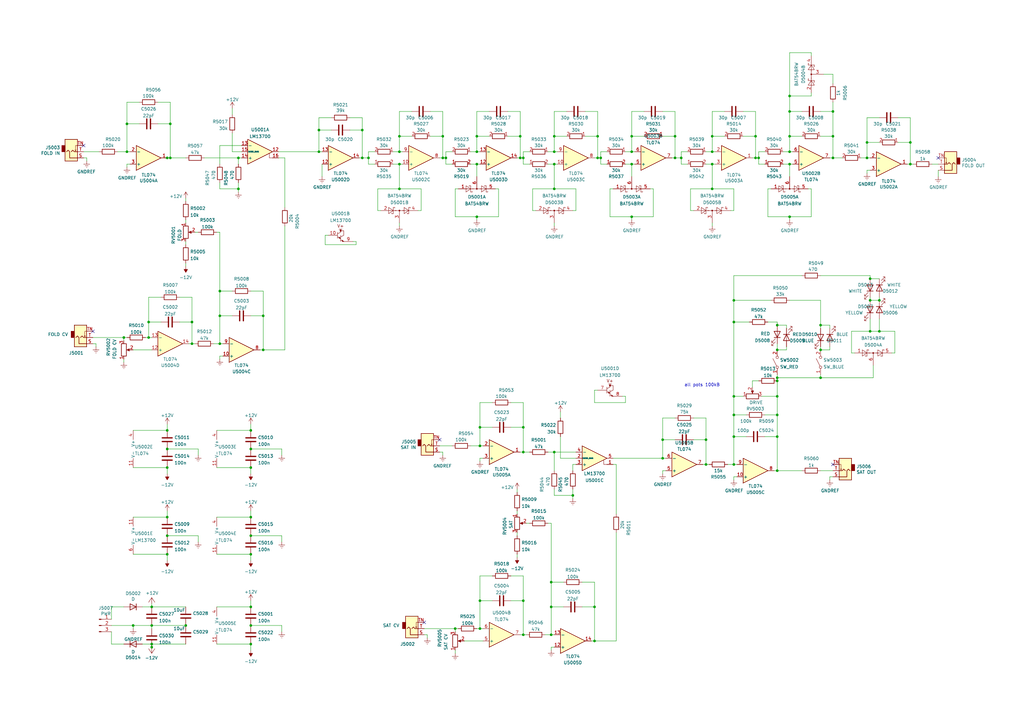
<source format=kicad_sch>
(kicad_sch (version 20211123) (generator eeschema)
  (paper "A3")
  (lib_symbols
    (symbol "Amplifier_Operational:LM13700" (pin_names (offset 0.127))
      (property "Reference" "U" (at 3.81 5.08 0))
      (property "Value" "LM13700" (at 5.08 -5.08 0))
      (symbol "LM13700_1_1"
        (pin output line (at 7.62 0 180) (length 2.54) (name "~") (number "12"))
        (pin input line (at -7.62 2.54 0) (length 2.54) (name "-") (number "13"))
        (pin input line (at -7.62 -2.54 0) (length 2.54) (name "+") (number "14"))
        (pin input line (at -7.62 0 0) (length 2.54) (name "DIODE_BIAS") (number "15"))
        (pin input line (at 7.62 -2.54 180) (length 2.54) (name "~") (number "16"))
      )
      (symbol "LM13700_2_1"
        (text "V+" (at -2.54 3.81 0) (effects (font (size 1.27 1.27))))
        (pin input line (at -7.62 0 0) (length 3.81) (name "~") (number "10"))
        (pin output line (at 2.54 -2.54 180) (length 3.81) (name "~") (number "9"))
      )
      (symbol "LM13700_3_1"
        (pin input line (at 7.62 -2.54 180) (length 2.54) (name "~") (number "1"))
        (pin input line (at -7.62 0 0) (length 2.54) (name "DIODE_BIAS") (number "2"))
        (pin input line (at -7.62 -2.54 0) (length 2.54) (name "+") (number "3"))
        (pin input line (at -7.62 2.54 0) (length 2.54) (name "-") (number "4"))
        (pin output line (at 7.62 0 180) (length 2.54) (name "~") (number "5"))
      )
      (symbol "LM13700_4_0"
        (text "V+" (at -2.54 3.81 0) (effects (font (size 1.27 1.27))))
      )
      (symbol "LM13700_4_1"
        (pin input line (at -7.62 0 0) (length 3.81) (name "~") (number "7"))
        (pin output line (at 2.54 -2.54 180) (length 3.81) (name "~") (number "8"))
      )
      (symbol "LM13700_5_1"
        (pin power_in line (at -2.54 7.62 270) (length 3.81) (name "V+") (number "11"))
        (pin power_in line (at -2.54 -7.62 90) (length 3.81) (name "V-") (number "6"))
      )
    )
    (symbol "Amplifier_Operational:TL074" (pin_names (offset 0.127))
      (property "Reference" "U" (at 0 5.08 0))
      (property "Value" "TL074" (at 0 -5.08 0))
      (symbol "TL074_1_1"
        (pin output line (at 7.62 0 180) (length 2.54) (name "~") (number "1"))
        (pin input line (at -7.62 -2.54 0) (length 2.54) (name "-") (number "2"))
        (pin input line (at -7.62 2.54 0) (length 2.54) (name "+") (number "3"))
      )
      (symbol "TL074_2_1"
        (pin input line (at -7.62 2.54 0) (length 2.54) (name "+") (number "5"))
        (pin input line (at -7.62 -2.54 0) (length 2.54) (name "-") (number "6"))
        (pin output line (at 7.62 0 180) (length 2.54) (name "~") (number "7"))
      )
      (symbol "TL074_3_1"
        (pin input line (at -7.62 2.54 0) (length 2.54) (name "+") (number "10"))
        (pin output line (at 7.62 0 180) (length 2.54) (name "~") (number "8"))
        (pin input line (at -7.62 -2.54 0) (length 2.54) (name "-") (number "9"))
      )
      (symbol "TL074_4_1"
        (pin input line (at -7.62 2.54 0) (length 2.54) (name "+") (number "12"))
        (pin input line (at -7.62 -2.54 0) (length 2.54) (name "-") (number "13"))
        (pin output line (at 7.62 0 180) (length 2.54) (name "~") (number "14"))
      )
      (symbol "TL074_5_1"
        (pin power_in line (at -2.54 -7.62 90) (length 3.81) (name "V-") (number "11"))
        (pin power_in line (at -2.54 7.62 270) (length 3.81) (name "V+") (number "4"))
      )
    )
    (symbol "BAT54BRW:BAT54BRW" (pin_names (offset 1.016))
      (property "Reference" "D" (at 0.635 -3.81 0))
      (property "Value" "BAT54BRW" (at -6.35 3.175 0))
      (symbol "BAT54BRW_1_1"
        (pin passive line (at -7.62 0 0) (length 3.81) (name "~") (number "1"))
        (pin passive line (at 7.62 0 180) (length 3.81) (name "~") (number "5"))
        (pin passive line (at 0 -5.08 90) (length 5.08) (name "~") (number "6"))
      )
      (symbol "BAT54BRW_2_1"
        (pin passive line (at -7.62 0 0) (length 3.81) (name "~") (number "2"))
        (pin passive line (at 0 -5.08 90) (length 5.08) (name "~") (number "3"))
        (pin passive line (at 7.62 0 180) (length 3.81) (name "~") (number "4"))
      )
    )
    (symbol "Connector:AudioJack2_SwitchT"
      (property "Reference" "J" (at 0 8.89 0))
      (property "Value" "AudioJack2_SwitchT" (at 0 6.35 0))
      (symbol "AudioJack2_SwitchT_1_1"
        (pin passive line (at 5.08 2.54 180) (length 2.54) (name "~") (number "S"))
        (pin passive line (at 5.08 0 180) (length 2.54) (name "~") (number "T"))
        (pin passive line (at 5.08 -2.54 180) (length 2.54) (name "~") (number "TN"))
      )
    )
    (symbol "Connector:Conn_01x03_Male" (pin_names (offset 1.016) hide)
      (property "Reference" "J" (at 0 5.08 0))
      (property "Value" "Conn_01x03_Male" (at 0 -5.08 0))
      (symbol "Conn_01x03_Male_1_1"
        (pin passive line (at 5.08 2.54 180) (length 3.81) (name "Pin_1") (number "1"))
        (pin passive line (at 5.08 0 180) (length 3.81) (name "Pin_2") (number "2"))
        (pin passive line (at 5.08 -2.54 180) (length 3.81) (name "Pin_3") (number "3"))
      )
    )
    (symbol "Device:C" (pin_numbers hide) (pin_names (offset 0.254))
      (property "Reference" "C" (at 0.635 2.54 0))
      (property "Value" "C" (at 0.635 -2.54 0))
      (symbol "C_1_1"
        (pin passive line (at 0 3.81 270) (length 2.794) (name "~") (number "1"))
        (pin passive line (at 0 -3.81 90) (length 2.794) (name "~") (number "2"))
      )
    )
    (symbol "Device:D" (pin_numbers hide) (pin_names (offset 1.016) hide)
      (property "Reference" "D" (at 0 2.54 0))
      (property "Value" "D" (at 0 -2.54 0))
      (symbol "D_1_1"
        (pin passive line (at -3.81 0 0) (length 2.54) (name "K") (number "1"))
        (pin passive line (at 3.81 0 180) (length 2.54) (name "A") (number "2"))
      )
    )
    (symbol "Device:LED" (pin_numbers hide) (pin_names (offset 1.016) hide)
      (property "Reference" "D" (at 0 2.54 0))
      (property "Value" "LED" (at 0 -2.54 0))
      (symbol "LED_1_1"
        (pin passive line (at -3.81 0 0) (length 2.54) (name "K") (number "1"))
        (pin passive line (at 3.81 0 180) (length 2.54) (name "A") (number "2"))
      )
    )
    (symbol "Device:R" (pin_numbers hide) (pin_names (offset 0))
      (property "Reference" "R" (at 2.032 0 90))
      (property "Value" "R" (at 0 0 90))
      (symbol "R_1_1"
        (pin passive line (at 0 3.81 270) (length 1.27) (name "~") (number "1"))
        (pin passive line (at 0 -3.81 90) (length 1.27) (name "~") (number "2"))
      )
    )
    (symbol "Device:R_Potentiometer" (pin_names (offset 1.016) hide)
      (property "Reference" "RV" (at -4.445 0 90))
      (property "Value" "R_Potentiometer" (at -2.54 0 90))
      (symbol "R_Potentiometer_1_1"
        (pin passive line (at 0 3.81 270) (length 1.27) (name "1") (number "1"))
        (pin passive line (at 3.81 0 180) (length 1.27) (name "2") (number "2"))
        (pin passive line (at 0 -3.81 90) (length 1.27) (name "3") (number "3"))
      )
    )
    (symbol "MySynthParts:+12V" (power) (pin_names (offset 0))
      (property "Value" "MySynthParts_+12V" (at 0 3.556 0))
      (symbol "+12V_1_1"
        (pin power_in line (at 0 0 90) (length 0) hide (name "+12V") (number "1"))
      )
    )
    (symbol "MySynthParts:-12V" (power) (pin_names (offset 0))
      (property "Value" "MySynthParts_-12V" (at 0 3.556 0))
      (symbol "-12V_1_1"
        (pin power_in line (at 0 0 90) (length 0) hide (name "-12V") (number "1"))
      )
    )
    (symbol "R_1" (pin_names (offset 0) hide)
      (property "Reference" "R" (at 2.032 0 90))
      (property "Value" "R_1" (at 0 0 90))
      (symbol "R_1_1_1"
        (pin passive line (at 0 3.81 270) (length 1.27) (name "~") (number "1"))
        (pin passive line (at 0 -3.81 90) (length 1.27) (name "~") (number "2"))
      )
    )
    (symbol "Switch:SW_SPST" (pin_names (offset 0) hide)
      (property "Reference" "SW" (at 0 3.175 0))
      (property "Value" "SW_SPST" (at 0 -2.54 0))
      (symbol "SW_SPST_1_1"
        (pin passive line (at -5.08 0 0) (length 2.54) (name "A") (number "1"))
        (pin passive line (at 5.08 0 180) (length 2.54) (name "B") (number "2"))
      )
    )
    (symbol "power:+12V" (power) (pin_names (offset 0))
      (property "Value" "+12V" (at 0 3.556 0))
      (symbol "+12V_1_1"
        (pin power_in line (at 0 0 90) (length 0) hide (name "+12V") (number "1"))
      )
    )
    (symbol "power:-12V" (power) (pin_names (offset 0))
      (property "Value" "-12V" (at 0 3.81 0))
      (symbol "-12V_0_0"
        (pin power_in line (at 0 0 90) (length 0) hide (name "-12V") (number "1"))
      )
    )
    (symbol "power:GNDREF" (power) (pin_names (offset 0))
      (property "Value" "GNDREF" (at 0 -3.81 0))
      (symbol "GNDREF_1_1"
        (pin power_in line (at 0 0 270) (length 0) hide (name "GNDREF") (number "1"))
      )
    )
  )
  (junction (at 62.23 248.92))
  (junction (at 292.1 77.47))
  (junction (at 107.95 143.51))
  (junction (at 102.87 176.53))
  (junction (at 341.63 45.72))
  (junction (at 300.99 170.18))
  (junction (at 181.61 64.77))
  (junction (at 68.58 219.71))
  (junction (at 107.95 129.54))
  (junction (at 148.59 64.77))
  (junction (at 336.55 143.51))
  (junction (at 102.87 191.77))
  (junction (at 213.36 55.88))
  (junction (at 309.88 55.88))
  (junction (at 300.99 190.5))
  (junction (at 97.79 77.47))
  (junction (at 289.56 180.34))
  (junction (at 163.83 77.47))
  (junction (at 68.58 64.77))
  (junction (at 360.68 123.19))
  (junction (at 318.77 154.94))
  (junction (at 323.85 55.88))
  (junction (at 102.87 256.54))
  (junction (at 355.6 58.42))
  (junction (at 102.87 264.16))
  (junction (at 130.81 53.34))
  (junction (at 300.99 123.19))
  (junction (at 62.23 256.54))
  (junction (at 292.1 62.23))
  (junction (at 300.99 179.07))
  (junction (at 196.85 246.38))
  (junction (at 130.81 62.23))
  (junction (at 300.99 162.56))
  (junction (at 243.84 248.92))
  (junction (at 341.63 55.88))
  (junction (at 341.63 64.77))
  (junction (at 318.77 170.18))
  (junction (at 245.11 55.88))
  (junction (at 62.23 264.16))
  (junction (at 60.96 132.08))
  (junction (at 50.8 138.43))
  (junction (at 271.78 187.96))
  (junction (at 356.87 135.89))
  (junction (at 227.33 185.42))
  (junction (at 69.85 64.77))
  (junction (at 311.15 64.77))
  (junction (at 52.07 62.23))
  (junction (at 318.77 193.04))
  (junction (at 355.6 64.77))
  (junction (at 196.85 182.88))
  (junction (at 356.87 123.19))
  (junction (at 226.06 260.35))
  (junction (at 148.59 53.34))
  (junction (at 90.17 140.97))
  (junction (at 69.85 50.8))
  (junction (at 68.58 184.15))
  (junction (at 76.2 256.54))
  (junction (at 214.63 246.38))
  (junction (at 356.87 114.3))
  (junction (at 68.58 176.53))
  (junction (at 60.96 138.43))
  (junction (at 102.87 212.09))
  (junction (at 68.58 212.09))
  (junction (at 102.87 227.33))
  (junction (at 323.85 67.31))
  (junction (at 227.33 77.47))
  (junction (at 318.77 143.51))
  (junction (at 196.85 175.26))
  (junction (at 163.83 67.31))
  (junction (at 151.13 64.77))
  (junction (at 62.23 265.43))
  (junction (at 97.79 64.77))
  (junction (at 323.85 45.72))
  (junction (at 90.17 119.38))
  (junction (at 318.77 162.56))
  (junction (at 195.58 67.31))
  (junction (at 182.88 64.77))
  (junction (at 336.55 154.94))
  (junction (at 163.83 55.88))
  (junction (at 318.77 133.35))
  (junction (at 292.1 67.31))
  (junction (at 259.08 67.31))
  (junction (at 163.83 62.23))
  (junction (at 195.58 88.9))
  (junction (at 227.33 55.88))
  (junction (at 102.87 184.15))
  (junction (at 181.61 55.88))
  (junction (at 373.38 67.31))
  (junction (at 195.58 55.88))
  (junction (at 373.38 58.42))
  (junction (at 243.84 262.89))
  (junction (at 234.95 203.2))
  (junction (at 214.63 175.26))
  (junction (at 323.85 62.23))
  (junction (at 259.08 55.88))
  (junction (at 214.63 185.42))
  (junction (at 102.87 219.71))
  (junction (at 309.88 64.77))
  (junction (at 271.78 180.34))
  (junction (at 78.74 132.08))
  (junction (at 90.17 129.54))
  (junction (at 196.85 257.81))
  (junction (at 214.63 64.77))
  (junction (at 259.08 62.23))
  (junction (at 226.06 238.76))
  (junction (at 276.86 55.88))
  (junction (at 289.56 190.5))
  (junction (at 323.85 39.37))
  (junction (at 226.06 248.92))
  (junction (at 227.33 67.31))
  (junction (at 102.87 248.92))
  (junction (at 52.07 50.8))
  (junction (at 360.68 135.89))
  (junction (at 259.08 88.9))
  (junction (at 186.69 257.81))
  (junction (at 214.63 260.35))
  (junction (at 323.85 88.9))
  (junction (at 292.1 55.88))
  (junction (at 336.55 133.35))
  (junction (at 54.61 256.54))
  (junction (at 300.99 132.08))
  (junction (at 318.77 156.21))
  (junction (at 213.36 64.77))
  (junction (at 227.33 62.23))
  (junction (at 68.58 191.77))
  (junction (at 276.86 64.77))
  (junction (at 245.11 64.77))
  (junction (at 195.58 62.23))
  (junction (at 318.77 179.07))
  (junction (at 279.4 64.77))
  (junction (at 246.38 64.77))
  (junction (at 68.58 227.33))
  (junction (at 78.74 140.97))
  (no_connect (at 34.29 59.69))
  (no_connect (at 384.81 64.77))
  (no_connect (at 38.1 135.89))
  (no_connect (at 173.99 255.27))
  (no_connect (at 180.34 180.34))
  (no_connect (at 341.63 190.5))
  (wire (pts (xy 144.78 99.06) (xy 146.05 99.06)))
  (wire (pts (xy 267.97 88.9) (xy 259.08 88.9)))
  (wire (pts (xy 292.1 77.47) (xy 300.99 77.47)))
  (wire (pts (xy 283.21 86.36) (xy 284.48 86.36)))
  (wire (pts (xy 187.96 77.47) (xy 186.69 77.47)))
  (wire (pts (xy 181.61 55.88) (xy 181.61 45.72)))
  (wire (pts (xy 102.87 227.33) (xy 102.87 229.87)))
  (wire (pts (xy 90.17 77.47) (xy 97.79 77.47)))
  (wire (pts (xy 227.33 185.42) (xy 236.22 185.42)))
  (wire (pts (xy 246.38 62.23) (xy 248.92 62.23)))
  (wire (pts (xy 154.94 86.36) (xy 156.21 86.36)))
  (wire (pts (xy 213.36 260.35) (xy 214.63 260.35)))
  (wire (pts (xy 133.35 100.33) (xy 146.05 100.33)))
  (wire (pts (xy 321.31 62.23) (xy 323.85 62.23)))
  (wire (pts (xy 67.31 64.77) (xy 68.58 64.77)))
  (wire (pts (xy 300.99 113.03) (xy 300.99 123.19)))
  (wire (pts (xy 195.58 257.81) (xy 196.85 257.81)))
  (wire (pts (xy 243.84 165.1) (xy 256.54 165.1)))
  (wire (pts (xy 236.22 187.96) (xy 229.87 187.96)))
  (wire (pts (xy 90.17 140.97) (xy 91.44 140.97)))
  (wire (pts (xy 227.33 77.47) (xy 236.22 77.47)))
  (wire (pts (xy 308.61 64.77) (xy 309.88 64.77)))
  (wire (pts (xy 226.06 214.63) (xy 224.79 214.63)))
  (wire (pts (xy 163.83 62.23) (xy 165.1 62.23)))
  (wire (pts (xy 368.3 48.26) (xy 373.38 48.26)))
  (wire (pts (xy 54.61 143.51) (xy 62.23 143.51)))
  (wire (pts (xy 195.58 45.72) (xy 195.58 55.88)))
  (wire (pts (xy 212.09 200.66) (xy 212.09 201.93)))
  (wire (pts (xy 90.17 74.93) (xy 90.17 77.47)))
  (wire (pts (xy 212.09 64.77) (xy 213.36 64.77)))
  (wire (pts (xy 52.07 41.91) (xy 52.07 50.8)))
  (wire (pts (xy 213.36 64.77) (xy 214.63 64.77)))
  (wire (pts (xy 259.08 67.31) (xy 260.35 67.31)))
  (wire (pts (xy 271.78 55.88) (xy 276.86 55.88)))
  (wire (pts (xy 332.74 88.9) (xy 323.85 88.9)))
  (wire (pts (xy 76.2 81.28) (xy 76.2 82.55)))
  (wire (pts (xy 341.63 41.91) (xy 341.63 45.72)))
  (wire (pts (xy 292.1 62.23) (xy 293.37 62.23)))
  (wire (pts (xy 116.84 64.77) (xy 116.84 85.09)))
  (wire (pts (xy 311.15 156.21) (xy 308.61 156.21)))
  (wire (pts (xy 107.95 129.54) (xy 107.95 143.51)))
  (wire (pts (xy 353.06 64.77) (xy 355.6 64.77)))
  (wire (pts (xy 68.58 173.99) (xy 68.58 176.53)))
  (wire (pts (xy 83.82 64.77) (xy 97.79 64.77)))
  (wire (pts (xy 318.77 140.97) (xy 318.77 143.51)))
  (wire (pts (xy 218.44 77.47) (xy 218.44 86.36)))
  (wire (pts (xy 231.14 238.76) (xy 226.06 238.76)))
  (wire (pts (xy 314.96 88.9) (xy 323.85 88.9)))
  (wire (pts (xy 116.84 92.71) (xy 116.84 143.51)))
  (wire (pts (xy 88.9 176.53) (xy 102.87 176.53)))
  (wire (pts (xy 323.85 55.88) (xy 328.93 55.88)))
  (wire (pts (xy 313.69 179.07) (xy 318.77 179.07)))
  (wire (pts (xy 90.17 146.05) (xy 90.17 147.32)))
  (wire (pts (xy 68.58 209.55) (xy 68.58 212.09)))
  (wire (pts (xy 246.38 62.23) (xy 246.38 64.77)))
  (wire (pts (xy 318.77 170.18) (xy 318.77 179.07)))
  (wire (pts (xy 243.84 238.76) (xy 243.84 248.92)))
  (wire (pts (xy 62.23 264.16) (xy 62.23 265.43)))
  (wire (pts (xy 59.69 138.43) (xy 60.96 138.43)))
  (wire (pts (xy 90.17 67.31) (xy 90.17 59.69)))
  (wire (pts (xy 234.95 86.36) (xy 236.22 86.36)))
  (wire (pts (xy 78.74 132.08) (xy 78.74 140.97)))
  (wire (pts (xy 323.85 67.31) (xy 325.12 67.31)))
  (wire (pts (xy 227.33 67.31) (xy 228.6 67.31)))
  (wire (pts (xy 292.1 45.72) (xy 292.1 55.88)))
  (wire (pts (xy 217.17 67.31) (xy 214.63 67.31)))
  (wire (pts (xy 289.56 190.5) (xy 290.83 190.5)))
  (wire (pts (xy 373.38 67.31) (xy 372.11 67.31)))
  (wire (pts (xy 227.33 62.23) (xy 228.6 62.23)))
  (wire (pts (xy 336.55 143.51) (xy 340.36 143.51)))
  (wire (pts (xy 78.74 121.92) (xy 78.74 132.08)))
  (wire (pts (xy 102.87 264.16) (xy 102.87 266.7)))
  (wire (pts (xy 226.06 260.35) (xy 227.33 260.35)))
  (wire (pts (xy 276.86 55.88) (xy 276.86 64.77)))
  (wire (pts (xy 116.84 143.51) (xy 107.95 143.51)))
  (wire (pts (xy 256.54 165.1) (xy 256.54 162.56)))
  (wire (pts (xy 284.48 180.34) (xy 289.56 180.34)))
  (wire (pts (xy 35.56 64.77) (xy 35.56 66.04)))
  (wire (pts (xy 323.85 62.23) (xy 325.12 62.23)))
  (wire (pts (xy 245.11 160.02) (xy 243.84 160.02)))
  (wire (pts (xy 332.74 39.37) (xy 332.74 38.1)))
  (wire (pts (xy 309.88 64.77) (xy 311.15 64.77)))
  (wire (pts (xy 246.38 64.77) (xy 246.38 67.31)))
  (wire (pts (xy 227.33 265.43) (xy 226.06 265.43)))
  (wire (pts (xy 90.17 59.69) (xy 99.06 59.69)))
  (wire (pts (xy 52.07 50.8) (xy 52.07 62.23)))
  (wire (pts (xy 336.55 154.94) (xy 358.14 154.94)))
  (wire (pts (xy 163.83 45.72) (xy 163.83 55.88)))
  (wire (pts (xy 130.81 48.26) (xy 130.81 53.34)))
  (wire (pts (xy 204.47 77.47) (xy 204.47 88.9)))
  (wire (pts (xy 292.1 55.88) (xy 297.18 55.88)))
  (wire (pts (xy 181.61 45.72) (xy 176.53 45.72)))
  (wire (pts (xy 238.76 248.92) (xy 243.84 248.92)))
  (wire (pts (xy 209.55 175.26) (xy 214.63 175.26)))
  (wire (pts (xy 300.99 162.56) (xy 300.99 170.18)))
  (wire (pts (xy 151.13 62.23) (xy 151.13 64.77)))
  (wire (pts (xy 245.11 45.72) (xy 245.11 55.88)))
  (wire (pts (xy 81.28 184.15) (xy 68.58 184.15)))
  (wire (pts (xy 130.81 53.34) (xy 135.89 53.34)))
  (wire (pts (xy 214.63 175.26) (xy 214.63 185.42)))
  (wire (pts (xy 73.66 132.08) (xy 78.74 132.08)))
  (wire (pts (xy 90.17 129.54) (xy 90.17 140.97)))
  (wire (pts (xy 39.37 140.97) (xy 38.1 140.97)))
  (wire (pts (xy 88.9 212.09) (xy 102.87 212.09)))
  (wire (pts (xy 336.55 142.24) (xy 336.55 143.51)))
  (wire (pts (xy 90.17 119.38) (xy 90.17 129.54)))
  (wire (pts (xy 293.37 67.31) (xy 292.1 67.31)))
  (wire (pts (xy 48.26 62.23) (xy 52.07 62.23)))
  (wire (pts (xy 242.57 262.89) (xy 243.84 262.89)))
  (wire (pts (xy 146.05 100.33) (xy 146.05 99.06)))
  (wire (pts (xy 200.66 45.72) (xy 195.58 45.72)))
  (wire (pts (xy 355.6 69.85) (xy 356.87 69.85)))
  (wire (pts (xy 214.63 185.42) (xy 213.36 185.42)))
  (wire (pts (xy 341.63 64.77) (xy 341.63 55.88)))
  (wire (pts (xy 259.08 62.23) (xy 259.08 55.88)))
  (wire (pts (xy 227.33 91.44) (xy 227.33 92.71)))
  (wire (pts (xy 322.58 134.62) (xy 322.58 133.35)))
  (wire (pts (xy 196.85 182.88) (xy 198.12 182.88)))
  (wire (pts (xy 201.93 236.22) (xy 196.85 236.22)))
  (wire (pts (xy 251.46 77.47) (xy 250.19 77.47)))
  (wire (pts (xy 193.04 182.88) (xy 196.85 182.88)))
  (wire (pts (xy 60.96 138.43) (xy 62.23 138.43)))
  (wire (pts (xy 97.79 64.77) (xy 99.06 64.77)))
  (wire (pts (xy 341.63 34.29) (xy 341.63 30.48)))
  (wire (pts (xy 165.1 67.31) (xy 163.83 67.31)))
  (wire (pts (xy 196.85 246.38) (xy 196.85 257.81)))
  (wire (pts (xy 283.21 77.47) (xy 292.1 77.47)))
  (wire (pts (xy 350.52 144.78) (xy 349.25 144.78)))
  (wire (pts (xy 68.58 191.77) (xy 68.58 194.31)))
  (wire (pts (xy 218.44 86.36) (xy 219.71 86.36)))
  (wire (pts (xy 38.1 138.43) (xy 50.8 138.43)))
  (wire (pts (xy 316.23 123.19) (xy 300.99 123.19)))
  (wire (pts (xy 234.95 200.66) (xy 234.95 203.2)))
  (wire (pts (xy 115.57 256.54) (xy 102.87 256.54)))
  (wire (pts (xy 229.87 187.96) (xy 229.87 179.07)))
  (wire (pts (xy 358.14 149.86) (xy 358.14 154.94)))
  (wire (pts (xy 45.72 256.54) (xy 54.61 256.54)))
  (wire (pts (xy 341.63 30.48) (xy 337.82 30.48)))
  (wire (pts (xy 356.87 130.81) (xy 356.87 135.89)))
  (wire (pts (xy 34.29 64.77) (xy 35.56 64.77)))
  (wire (pts (xy 214.63 64.77) (xy 214.63 62.23)))
  (wire (pts (xy 349.25 144.78) (xy 349.25 135.89)))
  (wire (pts (xy 318.77 153.67) (xy 318.77 154.94)))
  (wire (pts (xy 87.63 140.97) (xy 90.17 140.97)))
  (wire (pts (xy 54.61 256.54) (xy 62.23 256.54)))
  (wire (pts (xy 195.58 55.88) (xy 195.58 62.23)))
  (wire (pts (xy 50.8 138.43) (xy 52.07 138.43)))
  (wire (pts (xy 64.77 41.91) (xy 69.85 41.91)))
  (wire (pts (xy 365.76 144.78) (xy 367.03 144.78)))
  (wire (pts (xy 317.5 193.04) (xy 318.77 193.04)))
  (wire (pts (xy 226.06 238.76) (xy 226.06 248.92)))
  (wire (pts (xy 224.79 62.23) (xy 227.33 62.23)))
  (wire (pts (xy 54.61 176.53) (xy 68.58 176.53)))
  (wire (pts (xy 81.28 186.69) (xy 81.28 184.15)))
  (wire (pts (xy 132.08 62.23) (xy 130.81 62.23)))
  (wire (pts (xy 186.69 257.81) (xy 186.69 259.08)))
  (wire (pts (xy 90.17 95.25) (xy 88.9 95.25)))
  (wire (pts (xy 318.77 156.21) (xy 318.77 162.56)))
  (wire (pts (xy 227.33 45.72) (xy 227.33 55.88)))
  (wire (pts (xy 173.99 257.81) (xy 186.69 257.81)))
  (wire (pts (xy 289.56 180.34) (xy 289.56 190.5)))
  (wire (pts (xy 318.77 193.04) (xy 318.77 179.07)))
  (wire (pts (xy 190.5 262.89) (xy 198.12 262.89)))
  (wire (pts (xy 299.72 86.36) (xy 300.99 86.36)))
  (wire (pts (xy 69.85 41.91) (xy 69.85 50.8)))
  (wire (pts (xy 271.78 180.34) (xy 276.86 180.34)))
  (wire (pts (xy 336.55 153.67) (xy 336.55 154.94)))
  (wire (pts (xy 182.88 62.23) (xy 182.88 64.77)))
  (wire (pts (xy 45.72 248.92) (xy 50.8 248.92)))
  (wire (pts (xy 196.85 165.1) (xy 196.85 175.26)))
  (wire (pts (xy 300.99 123.19) (xy 300.99 132.08)))
  (wire (pts (xy 308.61 156.21) (xy 308.61 158.75)))
  (wire (pts (xy 356.87 114.3) (xy 360.68 114.3)))
  (wire (pts (xy 318.77 132.08) (xy 318.77 133.35)))
  (wire (pts (xy 255.27 162.56) (xy 256.54 162.56)))
  (wire (pts (xy 181.61 64.77) (xy 182.88 64.77)))
  (wire (pts (xy 332.74 22.86) (xy 332.74 21.59)))
  (wire (pts (xy 289.56 62.23) (xy 292.1 62.23)))
  (wire (pts (xy 54.61 191.77) (xy 68.58 191.77)))
  (wire (pts (xy 273.05 187.96) (xy 271.78 187.96)))
  (wire (pts (xy 227.33 203.2) (xy 234.95 203.2)))
  (wire (pts (xy 90.17 129.54) (xy 95.25 129.54)))
  (wire (pts (xy 245.11 64.77) (xy 246.38 64.77)))
  (wire (pts (xy 62.23 248.92) (xy 76.2 248.92)))
  (wire (pts (xy 288.29 190.5) (xy 289.56 190.5)))
  (wire (pts (xy 45.72 264.16) (xy 45.72 259.08)))
  (wire (pts (xy 311.15 67.31) (xy 313.69 67.31)))
  (wire (pts (xy 236.22 86.36) (xy 236.22 77.47)))
  (wire (pts (xy 238.76 238.76) (xy 243.84 238.76)))
  (wire (pts (xy 227.33 193.04) (xy 227.33 185.42)))
  (wire (pts (xy 214.63 165.1) (xy 214.63 175.26)))
  (wire (pts (xy 203.2 77.47) (xy 204.47 77.47)))
  (wire (pts (xy 250.19 88.9) (xy 259.08 88.9)))
  (wire (pts (xy 300.99 132.08) (xy 300.99 162.56)))
  (wire (pts (xy 382.27 67.31) (xy 384.81 67.31)))
  (wire (pts (xy 259.08 55.88) (xy 264.16 55.88)))
  (wire (pts (xy 356.87 135.89) (xy 349.25 135.89)))
  (wire (pts (xy 300.99 170.18) (xy 300.99 179.07)))
  (wire (pts (xy 234.95 203.2) (xy 234.95 204.47)))
  (wire (pts (xy 154.94 77.47) (xy 154.94 86.36)))
  (wire (pts (xy 368.3 58.42) (xy 373.38 58.42)))
  (wire (pts (xy 180.34 64.77) (xy 181.61 64.77)))
  (wire (pts (xy 81.28 219.71) (xy 68.58 219.71)))
  (wire (pts (xy 267.97 77.47) (xy 267.97 88.9)))
  (wire (pts (xy 90.17 119.38) (xy 90.17 95.25)))
  (wire (pts (xy 355.6 48.26) (xy 360.68 48.26)))
  (wire (pts (xy 34.29 62.23) (xy 40.64 62.23)))
  (wire (pts (xy 328.93 45.72) (xy 323.85 45.72)))
  (wire (pts (xy 323.85 88.9) (xy 323.85 90.17)))
  (wire (pts (xy 373.38 48.26) (xy 373.38 58.42)))
  (wire (pts (xy 289.56 67.31) (xy 292.1 67.31)))
  (wire (pts (xy 223.52 260.35) (xy 226.06 260.35)))
  (wire (pts (xy 284.48 171.45) (xy 289.56 171.45)))
  (wire (pts (xy 78.74 140.97) (xy 80.01 140.97)))
  (wire (pts (xy 62.23 247.65) (xy 62.23 248.92)))
  (wire (pts (xy 328.93 113.03) (xy 300.99 113.03)))
  (wire (pts (xy 300.99 195.58) (xy 300.99 196.85)))
  (wire (pts (xy 66.04 121.92) (xy 60.96 121.92)))
  (wire (pts (xy 355.6 58.42) (xy 360.68 58.42)))
  (wire (pts (xy 323.85 39.37) (xy 332.74 39.37)))
  (wire (pts (xy 60.96 132.08) (xy 60.96 138.43)))
  (wire (pts (xy 322.58 133.35) (xy 318.77 133.35)))
  (wire (pts (xy 195.58 62.23) (xy 196.85 62.23)))
  (wire (pts (xy 62.23 264.16) (xy 58.42 264.16)))
  (wire (pts (xy 161.29 67.31) (xy 163.83 67.31)))
  (wire (pts (xy 163.83 77.47) (xy 172.72 77.47)))
  (wire (pts (xy 331.47 77.47) (xy 332.74 77.47)))
  (wire (pts (xy 182.88 67.31) (xy 185.42 67.31)))
  (wire (pts (xy 227.33 67.31) (xy 227.33 77.47)))
  (wire (pts (xy 148.59 48.26) (xy 148.59 53.34)))
  (wire (pts (xy 151.13 64.77) (xy 151.13 67.31)))
  (wire (pts (xy 316.23 77.47) (xy 314.96 77.47)))
  (wire (pts (xy 62.23 256.54) (xy 62.23 257.81)))
  (wire (pts (xy 245.11 55.88) (xy 245.11 64.77)))
  (wire (pts (xy 281.94 62.23) (xy 279.4 62.23)))
  (wire (pts (xy 356.87 123.19) (xy 356.87 121.92)))
  (wire (pts (xy 39.37 140.97) (xy 39.37 142.24)))
  (wire (pts (xy 259.08 67.31) (xy 259.08 72.39)))
  (wire (pts (xy 245.11 64.77) (xy 243.84 64.77)))
  (wire (pts (xy 181.61 64.77) (xy 181.61 55.88)))
  (wire (pts (xy 226.06 238.76) (xy 226.06 214.63)))
  (wire (pts (xy 336.55 193.04) (xy 341.63 193.04)))
  (wire (pts (xy 50.8 138.43) (xy 50.8 139.7)))
  (wire (pts (xy 153.67 62.23) (xy 151.13 62.23)))
  (wire (pts (xy 52.07 67.31) (xy 52.07 68.58)))
  (wire (pts (xy 102.87 246.38) (xy 102.87 248.92)))
  (wire (pts (xy 201.93 175.26) (xy 196.85 175.26)))
  (wire (pts (xy 340.36 64.77) (xy 341.63 64.77)))
  (wire (pts (xy 307.34 132.08) (xy 300.99 132.08)))
  (wire (pts (xy 143.51 53.34) (xy 148.59 53.34)))
  (wire (pts (xy 209.55 165.1) (xy 214.63 165.1)))
  (wire (pts (xy 271.78 45.72) (xy 276.86 45.72)))
  (wire (pts (xy 227.33 62.23) (xy 227.33 55.88)))
  (wire (pts (xy 250.19 77.47) (xy 250.19 88.9)))
  (wire (pts (xy 243.84 248.92) (xy 243.84 262.89)))
  (wire (pts (xy 300.99 190.5) (xy 302.26 190.5)))
  (wire (pts (xy 323.85 67.31) (xy 323.85 72.39)))
  (wire (pts (xy 130.81 48.26) (xy 135.89 48.26)))
  (wire (pts (xy 309.88 64.77) (xy 309.88 55.88)))
  (wire (pts (xy 195.58 88.9) (xy 195.58 90.17)))
  (wire (pts (xy 289.56 171.45) (xy 289.56 180.34)))
  (wire (pts (xy 367.03 144.78) (xy 367.03 135.89)))
  (wire (pts (xy 198.12 187.96) (xy 196.85 187.96)))
  (wire (pts (xy 318.77 154.94) (xy 336.55 154.94)))
  (wire (pts (xy 226.06 265.43) (xy 226.06 266.7)))
  (wire (pts (xy 332.74 21.59) (xy 323.85 21.59)))
  (wire (pts (xy 259.08 45.72) (xy 264.16 45.72)))
  (wire (pts (xy 182.88 64.77) (xy 182.88 67.31)))
  (wire (pts (xy 297.18 45.72) (xy 292.1 45.72)))
  (wire (pts (xy 68.58 227.33) (xy 68.58 229.87)))
  (wire (pts (xy 161.29 62.23) (xy 163.83 62.23)))
  (wire (pts (xy 204.47 88.9) (xy 195.58 88.9)))
  (wire (pts (xy 300.99 86.36) (xy 300.99 77.47)))
  (wire (pts (xy 97.79 74.93) (xy 97.79 77.47)))
  (wire (pts (xy 53.34 62.23) (xy 52.07 62.23)))
  (wire (pts (xy 186.69 257.81) (xy 187.96 257.81)))
  (wire (pts (xy 163.83 91.44) (xy 163.83 92.71)))
  (wire (pts (xy 209.55 236.22) (xy 214.63 236.22)))
  (wire (pts (xy 114.3 64.77) (xy 116.84 64.77)))
  (wire (pts (xy 172.72 86.36) (xy 172.72 77.47)))
  (wire (pts (xy 69.85 50.8) (xy 69.85 64.77)))
  (wire (pts (xy 251.46 187.96) (xy 271.78 187.96)))
  (wire (pts (xy 115.57 186.69) (xy 115.57 184.15)))
  (wire (pts (xy 54.61 257.81) (xy 54.61 256.54)))
  (wire (pts (xy 271.78 187.96) (xy 271.78 180.34)))
  (wire (pts (xy 151.13 67.31) (xy 153.67 67.31)))
  (wire (pts (xy 214.63 236.22) (xy 214.63 246.38)))
  (wire (pts (xy 292.1 55.88) (xy 292.1 62.23)))
  (wire (pts (xy 154.94 77.47) (xy 163.83 77.47)))
  (wire (pts (xy 226.06 248.92) (xy 231.14 248.92)))
  (wire (pts (xy 276.86 64.77) (xy 279.4 64.77)))
  (wire (pts (xy 97.79 77.47) (xy 97.79 78.74)))
  (wire (pts (xy 279.4 62.23) (xy 279.4 64.77)))
  (wire (pts (xy 341.63 55.88) (xy 336.55 55.88)))
  (wire (pts (xy 76.2 107.95) (xy 76.2 109.22)))
  (wire (pts (xy 77.47 140.97) (xy 78.74 140.97)))
  (wire (pts (xy 213.36 64.77) (xy 213.36 55.88)))
  (wire (pts (xy 102.87 119.38) (xy 107.95 119.38)))
  (wire (pts (xy 252.73 218.44) (xy 252.73 262.89)))
  (wire (pts (xy 313.69 170.18) (xy 318.77 170.18)))
  (wire (pts (xy 193.04 67.31) (xy 195.58 67.31)))
  (wire (pts (xy 107.95 119.38) (xy 107.95 129.54)))
  (wire (pts (xy 196.85 257.81) (xy 198.12 257.81)))
  (wire (pts (xy 45.72 254) (xy 45.72 248.92)))
  (wire (pts (xy 102.87 129.54) (xy 107.95 129.54)))
  (wire (pts (xy 193.04 62.23) (xy 195.58 62.23)))
  (wire (pts (xy 276.86 45.72) (xy 276.86 55.88)))
  (wire (pts (xy 114.3 62.23) (xy 130.81 62.23)))
  (wire (pts (xy 54.61 212.09) (xy 68.58 212.09)))
  (wire (pts (xy 181.61 185.42) (xy 181.61 186.69)))
  (wire (pts (xy 148.59 64.77) (xy 151.13 64.77)))
  (wire (pts (xy 360.68 123.19) (xy 360.68 121.92)))
  (wire (pts (xy 76.2 90.17) (xy 76.2 91.44)))
  (wire (pts (xy 355.6 69.85) (xy 355.6 71.12)))
  (wire (pts (xy 248.92 67.31) (xy 246.38 67.31)))
  (wire (pts (xy 373.38 58.42) (xy 373.38 67.31)))
  (wire (pts (xy 163.83 55.88) (xy 168.91 55.88)))
  (wire (pts (xy 180.34 182.88) (xy 185.42 182.88)))
  (wire (pts (xy 311.15 62.23) (xy 311.15 64.77)))
  (wire (pts (xy 196.85 236.22) (xy 196.85 246.38)))
  (wire (pts (xy 226.06 248.92) (xy 226.06 260.35)))
  (wire (pts (xy 336.55 133.35) (xy 336.55 134.62)))
  (wire (pts (xy 196.85 187.96) (xy 196.85 189.23)))
  (wire (pts (xy 115.57 184.15) (xy 102.87 184.15)))
  (wire (pts (xy 171.45 86.36) (xy 172.72 86.36)))
  (wire (pts (xy 384.81 69.85) (xy 384.81 72.39)))
  (wire (pts (xy 88.9 248.92) (xy 102.87 248.92)))
  (wire (pts (xy 252.73 190.5) (xy 252.73 210.82)))
  (wire (pts (xy 234.95 193.04) (xy 234.95 190.5)))
  (wire (pts (xy 298.45 190.5) (xy 300.99 190.5)))
  (wire (pts (xy 292.1 67.31) (xy 292.1 77.47)))
  (wire (pts (xy 95.25 44.45) (xy 95.25 46.99)))
  (wire (pts (xy 336.55 123.19) (xy 323.85 123.19)))
  (wire (pts (xy 309.88 55.88) (xy 309.88 45.72)))
  (wire (pts (xy 318.77 143.51) (xy 322.58 143.51)))
  (wire (pts (xy 341.63 55.88) (xy 341.63 45.72)))
  (wire (pts (xy 213.36 45.72) (xy 208.28 45.72)))
  (wire (pts (xy 214.63 260.35) (xy 215.9 260.35)))
  (wire (pts (xy 252.73 262.89) (xy 243.84 262.89)))
  (wire (pts (xy 302.26 195.58) (xy 300.99 195.58)))
  (wire (pts (xy 58.42 248.92) (xy 62.23 248.92)))
  (wire (pts (xy 76.2 99.06) (xy 76.2 100.33)))
  (wire (pts (xy 373.38 67.31) (xy 374.65 67.31)))
  (wire (pts (xy 276.86 171.45) (xy 271.78 171.45)))
  (wire (pts (xy 240.03 55.88) (xy 245.11 55.88)))
  (wire (pts (xy 251.46 190.5) (xy 252.73 190.5)))
  (wire (pts (xy 60.96 121.92) (xy 60.96 132.08)))
  (wire (pts (xy 323.85 55.88) (xy 323.85 62.23)))
  (wire (pts (xy 185.42 62.23) (xy 182.88 62.23)))
  (wire (pts (xy 341.63 64.77) (xy 345.44 64.77)))
  (wire (pts (xy 195.58 67.31) (xy 196.85 67.31)))
  (wire (pts (xy 311.15 64.77) (xy 311.15 67.31)))
  (wire (pts (xy 214.63 246.38) (xy 214.63 260.35)))
  (wire (pts (xy 214.63 62.23) (xy 217.17 62.23)))
  (wire (pts (xy 163.83 55.88) (xy 163.83 62.23)))
  (wire (pts (xy 91.44 146.05) (xy 90.17 146.05)))
  (wire (pts (xy 186.69 266.7) (xy 186.69 267.97)))
  (wire (pts (xy 340.36 143.51) (xy 340.36 142.24)))
  (wire (pts (xy 214.63 185.42) (xy 217.17 185.42)))
  (wire (pts (xy 95.25 62.23) (xy 99.06 62.23)))
  (wire (pts (xy 227.33 200.66) (xy 227.33 203.2)))
  (wire (pts (xy 201.93 165.1) (xy 196.85 165.1)))
  (wire (pts (xy 256.54 67.31) (xy 259.08 67.31)))
  (wire (pts (xy 195.58 67.31) (xy 195.58 72.39)))
  (wire (pts (xy 318.77 193.04) (xy 328.93 193.04)))
  (wire (pts (xy 68.58 64.77) (xy 69.85 64.77)))
  (wire (pts (xy 322.58 143.51) (xy 322.58 142.24)))
  (wire (pts (xy 218.44 77.47) (xy 227.33 77.47)))
  (wire (pts (xy 336.55 123.19) (xy 336.55 133.35)))
  (wire (pts (xy 163.83 67.31) (xy 163.83 77.47)))
  (wire (pts (xy 234.95 190.5) (xy 236.22 190.5)))
  (wire (pts (xy 69.85 64.77) (xy 76.2 64.77)))
  (wire (pts (xy 283.21 77.47) (xy 283.21 86.36)))
  (wire (pts (xy 304.8 162.56) (xy 300.99 162.56)))
  (wire (pts (xy 214.63 67.31) (xy 214.63 64.77)))
  (wire (pts (xy 180.34 185.42) (xy 181.61 185.42)))
  (wire (pts (xy 168.91 45.72) (xy 163.83 45.72)))
  (wire (pts (xy 229.87 168.91) (xy 229.87 171.45)))
  (wire (pts (xy 115.57 222.25) (xy 115.57 219.71)))
  (wire (pts (xy 60.96 132.08) (xy 66.04 132.08)))
  (wire (pts (xy 243.84 160.02) (xy 243.84 165.1)))
  (wire (pts (xy 240.03 45.72) (xy 245.11 45.72)))
  (wire (pts (xy 306.07 179.07) (xy 300.99 179.07)))
  (wire (pts (xy 224.79 185.42) (xy 227.33 185.42)))
  (wire (pts (xy 292.1 91.44) (xy 292.1 92.71)))
  (wire (pts (xy 323.85 39.37) (xy 323.85 45.72)))
  (wire (pts (xy 62.23 264.16) (xy 76.2 264.16)))
  (wire (pts (xy 309.88 55.88) (xy 304.8 55.88)))
  (wire (pts (xy 95.25 119.38) (xy 90.17 119.38)))
  (wire (pts (xy 213.36 55.88) (xy 208.28 55.88)))
  (wire (pts (xy 212.09 227.33) (xy 212.09 228.6)))
  (wire (pts (xy 57.15 41.91) (xy 52.07 41.91)))
  (wire (pts (xy 212.09 218.44) (xy 212.09 219.71)))
  (wire (pts (xy 175.26 260.35) (xy 173.99 260.35)))
  (wire (pts (xy 356.87 123.19) (xy 360.68 123.19)))
  (wire (pts (xy 95.25 54.61) (xy 95.25 62.23)))
  (wire (pts (xy 266.7 77.47) (xy 267.97 77.47)))
  (wire (pts (xy 134.62 96.52) (xy 133.35 96.52)))
  (wire (pts (xy 186.69 88.9) (xy 195.58 88.9)))
  (wire (pts (xy 227.33 55.88) (xy 232.41 55.88)))
  (wire (pts (xy 300.99 170.18) (xy 306.07 170.18)))
  (wire (pts (xy 88.9 191.77) (xy 102.87 191.77)))
  (wire (pts (xy 340.36 133.35) (xy 336.55 133.35)))
  (wire (pts (xy 213.36 55.88) (xy 213.36 45.72)))
  (wire (pts (xy 73.66 121.92) (xy 78.74 121.92)))
  (wire (pts (xy 279.4 67.31) (xy 281.94 67.31)))
  (wire (pts (xy 224.79 67.31) (xy 227.33 67.31)))
  (wire (pts (xy 321.31 67.31) (xy 323.85 67.31)))
  (wire (pts (xy 367.03 135.89) (xy 360.68 135.89)))
  (wire (pts (xy 132.08 67.31) (xy 132.08 72.39)))
  (wire (pts (xy 314.96 132.08) (xy 318.77 132.08)))
  (wire (pts (xy 355.6 48.26) (xy 355.6 58.42)))
  (wire (pts (xy 196.85 246.38) (xy 201.93 246.38)))
  (wire (pts (xy 360.68 130.81) (xy 360.68 135.89)))
  (wire (pts (xy 332.74 77.47) (xy 332.74 88.9)))
  (wire (pts (xy 147.32 64.77) (xy 148.59 64.77)))
  (wire (pts (xy 181.61 55.88) (xy 176.53 55.88)))
  (wire (pts (xy 209.55 246.38) (xy 214.63 246.38)))
  (wire (pts (xy 81.28 222.25) (xy 81.28 219.71)))
  (wire (pts (xy 106.68 143.51) (xy 107.95 143.51)))
  (wire (pts (xy 81.28 95.25) (xy 80.01 95.25)))
  (wire (pts (xy 186.69 77.47) (xy 186.69 88.9)))
  (wire (pts (xy 52.07 67.31) (xy 53.34 67.31)))
  (wire (pts (xy 175.26 260.35) (xy 175.26 261.62)))
  (wire (pts (xy 50.8 147.32) (xy 50.8 148.59)))
  (wire (pts (xy 312.42 162.56) (xy 318.77 162.56)))
  (wire (pts (xy 45.72 264.16) (xy 50.8 264.16)))
  (wire (pts (xy 314.96 77.47) (xy 314.96 88.9)))
  (wire (pts (xy 196.85 175.26) (xy 196.85 182.88)))
  (wire (pts (xy 318.77 154.94) (xy 318.77 156.21)))
  (wire (pts (xy 276.86 64.77) (xy 275.59 64.77)))
  (wire (pts (xy 102.87 209.55) (xy 102.87 212.09)))
  (wire (pts (xy 273.05 193.04) (xy 271.78 193.04)))
  (wire (pts (xy 88.9 227.33) (xy 102.87 227.33)))
  (wire (pts (xy 259.08 45.72) (xy 259.08 55.88)))
  (wire (pts (xy 115.57 259.08) (xy 115.57 256.54)))
  (wire (pts (xy 279.4 64.77) (xy 279.4 67.31)))
  (wire (pts (xy 355.6 64.77) (xy 356.87 64.77)))
  (wire (pts (xy 355.6 64.77) (xy 355.6 58.42)))
  (wire (pts (xy 57.15 50.8) (xy 52.07 50.8)))
  (wire (pts (xy 148.59 53.34) (xy 148.59 64.77)))
  (wire (pts (xy 227.33 45.72) (xy 232.41 45.72)))
  (wire (pts (xy 256.54 62.23) (xy 259.08 62.23)))
  (wire (pts (xy 97.79 67.31) (xy 97.79 64.77)))
  (wire (pts (xy 341.63 195.58) (xy 340.36 195.58)))
  (wire (pts (xy 323.85 39.37) (xy 323.85 21.59)))
  (wire (pts (xy 356.87 113.03) (xy 356.87 114.3)))
  (wire (pts (xy 340.36 195.58) (xy 340.36 196.85)))
  (wire (pts (xy 212.09 209.55) (xy 212.09 210.82)))
  (wire (pts (xy 271.78 193.04) (xy 271.78 194.31)))
  (wire (pts (xy 102.87 191.77) (xy 102.87 194.31)))
  (wire (pts (xy 341.63 45.72) (xy 336.55 45.72)))
  (wire (pts (xy 313.69 62.23) (xy 311.15 62.23)))
  (wire (pts (xy 130.81 53.34) (xy 130.81 62.23)))
  (wire (pts (xy 195.58 55.88) (xy 200.66 55.88)))
  (wire (pts (xy 309.88 45.72) (xy 304.8 45.72)))
  (wire (pts (xy 259.08 62.23) (xy 260.35 62.23)))
  (wire (pts (xy 340.36 134.62) (xy 340.36 133.35)))
  (wire (pts (xy 133.35 96.52) (xy 133.35 100.33)))
  (wire (pts (xy 143.51 48.26) (xy 148.59 48.26)))
  (wire (pts (xy 115.57 219.71) (xy 102.87 219.71)))
  (wire (pts (xy 64.77 50.8) (xy 69.85 50.8)))
  (wire (pts (xy 336.55 113.03) (xy 356.87 113.03)))
  (wire (pts (xy 88.9 264.16) (xy 102.87 264.16)))
  (wire (pts (xy 259.08 88.9) (xy 259.08 90.17)))
  (wire (pts (xy 217.17 214.63) (xy 215.9 214.63)))
  (wire (pts (xy 54.61 227.33) (xy 68.58 227.33)))
  (wire (pts (xy 300.99 179.07) (xy 300.99 190.5)))
  (wire (pts (xy 323.85 45.72) (xy 323.85 55.88)))
  (wire (pts (xy 62.23 256.54) (xy 76.2 256.54)))
  (wire (pts (xy 102.87 173.99) (xy 102.87 176.53)))
  (wire (pts (xy 271.78 171.45) (xy 271.78 180.34)))
  (wire (pts (xy 356.87 135.89) (xy 360.68 135.89)))
  (wire (pts (xy 318.77 162.56) (xy 318.77 170.18)))
  (text "all pots 100kB" (at 280.67 158.75 0) (effects (font (size 1.27 1.27)) (justify left bottom)))
  (symbol (lib_id "power:+12V") (at 76.2 81.28 0) (mirror y) (unit 1)
    (property "Reference" "#PWR0122" (effects hide))
    (property "Value" "+12V" (at 74.803 80.489 0) (effects (justify left)))
  )
  (symbol (lib_id "Amplifier_Operational:TL074") (at 60.96 64.77 0) (mirror x) (unit 1)
    (property "Reference" "U5004" (at 60.96 74.0918 0))
    (property "Value" "TL074" (at 60.96 71.7804 0))
    (property "Footprint" "Package_SO:TSSOP-14_4.4x5mm_P0.65mm" (effects hide))
    (property "Datasheet" "http://www.ti.com/lit/ds/symlink/tl071.pdf" (effects hide))
    (property "LCSC" "C96507" (effects hide))
  )
  (symbol (lib_id "Device:R") (at 99.06 119.38 270) (unit 1)
    (property "Reference" "R5008" (at 99.06 114.3975 90))
    (property "Value" "100k" (at 99.06 117.1726 90))
    (property "Footprint" "Resistor_SMD:R_0402_1005Metric" (effects hide))
    (property "Datasheet" "https://datasheet.lcsc.com/lcsc/2206010100_UNI-ROYAL-Uniroyal-Elec-0402WGF1003TCE_C25741.pdf" (effects hide))
    (property "LCSC" "C25741" (effects hide))
  )
  (symbol (lib_id "Amplifier_Operational:TL074") (at 91.44 256.54 0) (unit 5)
    (property "Reference" "U5005" (at 89.535 255.6315 0) (effects (justify left)))
    (property "Value" "TL074" (at 89.535 258.4066 0) (effects (justify left)))
    (property "Footprint" "Package_SO:TSSOP-14_4.4x5mm_P0.65mm" (effects hide))
    (property "Datasheet" "http://www.ti.com/lit/ds/symlink/tl071.pdf" (effects hide))
    (property "LCSC" "C96507" (effects hide))
  )
  (symbol (lib_id "Amplifier_Operational:LM13700") (at 106.68 62.23 0) (unit 1)
    (property "Reference" "U5001" (at 106.68 53.1835 0))
    (property "Value" "LM13700" (at 106.68 55.9586 0))
    (property "Footprint" "Package_SO:SOIC-16_3.9x9.9mm_P1.27mm" (effects hide))
    (property "Datasheet" "https://datasheet.lcsc.com/szlcsc/1907031431_Texas-Instruments-TI-LM13700MX-NOPB_C174050.pdf" (effects hide))
    (property "LCSC" "C174050" (effects hide))
  )
  (symbol (lib_id "Device:R") (at 320.04 123.19 90) (unit 1)
    (property "Reference" "R5050" (at 320.04 118.11 90))
    (property "Value" "33k" (at 320.04 120.65 90))
    (property "Footprint" "Resistor_SMD:R_0402_1005Metric" (effects hide))
    (property "Datasheet" "https://datasheet.lcsc.com/lcsc/1811131123_UNI-ROYAL-Uniroyal-Elec-TC0225F3002TCE_C141650.pdf" (effects hide))
    (property "LCSC" "C141650" (effects hide))
  )
  (symbol (lib_id "power:GNDREF") (at 355.6 71.12 0) (unit 1)
    (property "Reference" "#PWR0110" (effects hide))
    (property "Value" "GNDREF" (at 355.727 75.5142 0))
  )
  (symbol (lib_id "Device:C") (at 205.74 175.26 90) (unit 1)
    (property "Reference" "C5023" (at 205.74 169.1345 90))
    (property "Value" "22pF" (at 205.74 171.9096 90))
    (property "Footprint" "Capacitor_SMD:C_0402_1005Metric" (effects hide))
    (property "Datasheet" "https://datasheet.lcsc.com/lcsc/1811141710_FH-Guangdong-Fenghua-Advanced-Tech-0402CG220J500NT_C1555.pdf" (effects hide))
    (property "LCSC" "C1555" (effects hide))
  )
  (symbol (lib_id "Device:R_Potentiometer") (at 50.8 143.51 0) (mirror x) (unit 1)
    (property "Reference" "RV5002" (at 44.45 146.05 90) (effects (justify right)))
    (property "Value" "FOLD CV" (at 46.99 147.32 90) (effects (justify right)))
    (property "Footprint" "__mysynthparts:RD901F-ALPHA-POT" (effects hide))
  )
  (symbol (lib_id "Device:LED") (at 336.55 138.43 270) (mirror x) (unit 1)
    (property "Reference" "D5010" (at 328.93 137.16 90) (effects (justify left)))
    (property "Value" "BLUE" (at 328.93 139.7 90) (effects (justify left)))
    (property "Footprint" "LED_THT:LED_D3.0mm" (effects hide))
  )
  (symbol (lib_id "Amplifier_Operational:TL074") (at 205.74 185.42 0) (mirror x) (unit 1)
    (property "Reference" "U5005" (at 205.74 194.7418 0))
    (property "Value" "TL074" (at 205.74 192.4304 0))
    (property "Footprint" "Package_SO:TSSOP-14_4.4x5mm_P0.65mm" (effects hide))
    (property "Datasheet" "http://www.ti.com/lit/ds/symlink/tl071.pdf" (effects hide))
    (property "LCSC" "C96507" (effects hide))
  )
  (symbol (lib_id "Device:R") (at 139.7 48.26 90) (unit 1)
    (property "Reference" "R5021" (at 139.7 43.0022 90))
    (property "Value" "39k" (at 139.7 45.3136 90))
    (property "Footprint" "Resistor_SMD:R_0402_1005Metric" (effects hide))
    (property "Datasheet" "https://datasheet.lcsc.com/lcsc/2206010100_UNI-ROYAL-Uniroyal-Elec-0402WGF3902TCE_C25783.pdf" (effects hide))
    (property "LCSC" "C25783" (effects hide))
  )
  (symbol (lib_id "Device:R") (at 219.71 260.35 90) (unit 1)
    (property "Reference" "R5046" (at 219.71 255.3675 90))
    (property "Value" "47k" (at 219.71 258.1426 90))
    (property "Footprint" "Resistor_SMD:R_0402_1005Metric" (effects hide))
    (property "Datasheet" "https://datasheet.lcsc.com/lcsc/2206010100_UNI-ROYAL-Uniroyal-Elec-0402WGF4702TCE_C25792.pdf" (effects hide))
    (property "LCSC" "C25792" (effects hide))
  )
  (symbol (lib_id "power:GNDREF") (at 115.57 222.25 0) (unit 1)
    (property "Reference" "#PWR05028" (effects hide))
    (property "Value" "GNDREF" (effects hide))
  )
  (symbol (lib_id "Device:C") (at 102.87 180.34 0) (unit 1)
    (property "Reference" "C5010" (at 105.791 179.4315 0) (effects (justify left)))
    (property "Value" "100n" (at 105.791 182.2066 0) (effects (justify left)))
    (property "Footprint" "Capacitor_SMD:C_0402_1005Metric" (effects hide))
    (property "Datasheet" "https://datasheet.lcsc.com/lcsc/1810191222_Samsung-Electro-Mechanics-CL05B104KB54PNC_C307331.pdf" (effects hide))
    (property "LCSC" "C307331" (effects hide))
  )
  (symbol (lib_id "power:GNDREF") (at 271.78 194.31 0) (unit 1)
    (property "Reference" "#PWR0117" (effects hide))
    (property "Value" "GNDREF" (at 271.907 198.7042 0))
  )
  (symbol (lib_id "power:-12V") (at 102.87 266.7 180) (unit 1)
    (property "Reference" "#PWR05031" (effects hide))
    (property "Value" "-12V" (at 102.87 271.2625 0))
  )
  (symbol (lib_id "Device:R_Potentiometer") (at 186.69 262.89 0) (mirror x) (unit 1)
    (property "Reference" "RV5005" (at 180.34 265.43 90) (effects (justify right)))
    (property "Value" "SAT CV" (at 182.88 266.7 90) (effects (justify right)))
    (property "Footprint" "__mysynthparts:RD901F-ALPHA-POT" (effects hide))
  )
  (symbol (lib_name "R_1") (lib_id "Device:R") (at 252.73 67.31 90) (unit 1)
    (property "Reference" "R5037" (at 252.73 72.39 90))
    (property "Value" "30k" (at 252.73 69.85 90))
    (property "Footprint" "Resistor_SMD:R_0402_1005Metric" (effects hide))
    (property "Datasheet" "https://datasheet.lcsc.com/lcsc/1811131123_UNI-ROYAL-Uniroyal-Elec-TC0225F3002TCE_C141650.pdf" (effects hide))
    (property "LCSC" "C141650" (effects hide))
  )
  (symbol (lib_id "Device:R") (at 341.63 38.1 180) (unit 1)
    (property "Reference" "R5006" (at 346.6125 38.1 90))
    (property "Value" "1k" (at 343.8374 38.1 90))
    (property "Footprint" "Resistor_SMD:R_0603_1608Metric" (effects hide))
    (property "Datasheet" "https://datasheet.lcsc.com/lcsc/2206010130_UNI-ROYAL-Uniroyal-Elec-0603WAF1001T5E_C21190.pdf" (effects hide))
    (property "LCSC" "C21190" (effects hide))
  )
  (symbol (lib_id "Device:R") (at 80.01 64.77 270) (mirror x) (unit 1)
    (property "Reference" "R5057" (at 80.01 59.7875 90))
    (property "Value" "47k" (at 80.01 62.5626 90))
    (property "Footprint" "Resistor_SMD:R_0402_1005Metric" (effects hide))
    (property "Datasheet" "https://datasheet.lcsc.com/lcsc/2206010100_UNI-ROYAL-Uniroyal-Elec-0402WGF4702TCE_C25792.pdf" (effects hide))
    (property "LCSC" "C25792" (effects hide))
  )
  (symbol (lib_id "Device:C") (at 68.58 223.52 0) (unit 1)
    (property "Reference" "C5012" (at 71.501 222.6115 0) (effects (justify left)))
    (property "Value" "100n" (at 71.501 225.3866 0) (effects (justify left)))
    (property "Footprint" "Capacitor_SMD:C_0402_1005Metric" (effects hide))
    (property "Datasheet" "https://datasheet.lcsc.com/lcsc/1810191222_Samsung-Electro-Mechanics-CL05B104KB54PNC_C307331.pdf" (effects hide))
    (property "LCSC" "C307331" (effects hide))
  )
  (symbol (lib_id "Device:C") (at 68.58 215.9 0) (unit 1)
    (property "Reference" "C5009" (at 71.501 214.9915 0) (effects (justify left)))
    (property "Value" "100n" (at 71.501 217.7666 0) (effects (justify left)))
    (property "Footprint" "Capacitor_SMD:C_0402_1005Metric" (effects hide))
    (property "Datasheet" "https://datasheet.lcsc.com/lcsc/1810191222_Samsung-Electro-Mechanics-CL05B104KB54PNC_C307331.pdf" (effects hide))
    (property "LCSC" "C307331" (effects hide))
  )
  (symbol (lib_id "power:+12V") (at 95.25 44.45 0) (unit 1)
    (property "Reference" "#PWR0112" (effects hide))
    (property "Value" "+12V" (at 95.25 40.8455 0))
  )
  (symbol (lib_id "power:GNDREF") (at 132.08 72.39 0) (unit 1)
    (property "Reference" "#PWR05016" (effects hide))
    (property "Value" "GNDREF" (at 132.207 76.7842 0))
  )
  (symbol (lib_id "Connector:AudioJack2_SwitchT") (at 168.91 257.81 0) (mirror x) (unit 1)
    (property "Reference" "J5002" (at 170.18 264.16 0) (effects (justify right)))
    (property "Value" "SAT CV" (at 163.83 256.54 0) (effects (justify right)))
    (property "Footprint" "__mysynthparts:Jack_3.5mm_QingPu_WQP-PJ398SM_Vertical_CircularHolesSMALL" (effects hide))
  )
  (symbol (lib_id "power:GNDREF") (at 54.61 257.81 0) (unit 1)
    (property "Reference" "#PWR0129" (effects hide))
    (property "Value" "GNDREF" (at 54.737 262.2042 0))
  )
  (symbol (lib_id "power:GNDREF") (at 300.99 196.85 0) (unit 1)
    (property "Reference" "#PWR0116" (effects hide))
    (property "Value" "GNDREF" (at 301.117 201.2442 0))
  )
  (symbol (lib_id "Device:C") (at 102.87 223.52 0) (unit 1)
    (property "Reference" "C5016" (at 105.791 222.6115 0) (effects (justify left)))
    (property "Value" "100n" (at 105.791 225.3866 0) (effects (justify left)))
    (property "Footprint" "Capacitor_SMD:C_0402_1005Metric" (effects hide))
    (property "Datasheet" "https://datasheet.lcsc.com/lcsc/1810191222_Samsung-Electro-Mechanics-CL05B104KB54PNC_C307331.pdf" (effects hide))
    (property "LCSC" "C307331" (effects hide))
  )
  (symbol (lib_id "Device:C") (at 60.96 50.8 90) (unit 1)
    (property "Reference" "C5026" (at 60.96 44.6745 90))
    (property "Value" "22pF" (at 60.96 47.4496 90))
    (property "Footprint" "Capacitor_SMD:C_0402_1005Metric" (effects hide))
    (property "Datasheet" "https://datasheet.lcsc.com/lcsc/1811141710_FH-Guangdong-Fenghua-Advanced-Tech-0402CG220J500NT_C1555.pdf" (effects hide))
    (property "LCSC" "C1555" (effects hide))
  )
  (symbol (lib_id "Device:C") (at 99.06 129.54 90) (unit 1)
    (property "Reference" "C5003" (at 99.06 123.4145 90))
    (property "Value" "22pF" (at 99.06 126.1896 90))
    (property "Footprint" "Capacitor_SMD:C_0402_1005Metric" (effects hide))
    (property "Datasheet" "https://datasheet.lcsc.com/lcsc/1811141710_FH-Guangdong-Fenghua-Advanced-Tech-0402CG220J500NT_C1555.pdf" (effects hide))
    (property "LCSC" "C1555" (effects hide))
  )
  (symbol (lib_id "power:GNDREF") (at 384.81 72.39 0) (unit 1)
    (property "Reference" "#PWR0115" (effects hide))
    (property "Value" "GNDREF" (at 384.937 76.7842 0))
  )
  (symbol (lib_name "R_1") (lib_id "Device:R") (at 317.5 67.31 90) (unit 1)
    (property "Reference" "R5043" (at 317.5 72.39 90))
    (property "Value" "30k" (at 317.5 69.85 90))
    (property "Footprint" "Resistor_SMD:R_0402_1005Metric" (effects hide))
    (property "Datasheet" "https://datasheet.lcsc.com/lcsc/1811131123_UNI-ROYAL-Uniroyal-Elec-TC0225F3002TCE_C141650.pdf" (effects hide))
    (property "LCSC" "C141650" (effects hide))
  )
  (symbol (lib_id "BAT54BRW:BAT54BRW") (at 292.1 86.36 0) (unit 2)
    (property "Reference" "D5005" (at 292.1 83.0675 0))
    (property "Value" "BAT54BRW" (at 292.1 80.2924 0))
    (property "Footprint" "Package_TO_SOT_SMD:SOT-363_SC-70-6" (effects hide))
    (property "Datasheet" "https://www.diodes.com/assets/Datasheets/ds11005.pdf" (effects hide))
    (property "LCSC" "C124897" (effects hide))
  )
  (symbol (lib_id "power:GNDREF") (at 186.69 267.97 0) (unit 1)
    (property "Reference" "#PWR0121" (effects hide))
    (property "Value" "GNDREF" (effects hide))
  )
  (symbol (lib_id "power:GNDREF") (at 340.36 196.85 0) (unit 1)
    (property "Reference" "#PWR0111" (effects hide))
    (property "Value" "GNDREF" (at 340.487 201.2442 0))
  )
  (symbol (lib_id "power:GNDREF") (at 234.95 204.47 0) (unit 1)
    (property "Reference" "#PWR05005" (effects hide))
    (property "Value" "GNDREF" (effects hide))
  )
  (symbol (lib_id "Device:R_Potentiometer") (at 212.09 214.63 0) (unit 1)
    (property "Reference" "RV5004" (at 207.01 212.09 90) (effects (justify right)))
    (property "Value" "SAT" (at 209.55 213.36 90) (effects (justify right)))
    (property "Footprint" "__mysynthparts:RD901F-ALPHA-POT" (effects hide))
  )
  (symbol (lib_id "Device:R") (at 116.84 88.9 0) (mirror x) (unit 1)
    (property "Reference" "R5004" (at 121.92 87.63 90) (effects (justify left)))
    (property "Value" "20k" (at 119.38 87.63 90) (effects (justify left)))
    (property "Footprint" "Resistor_SMD:R_0603_1608Metric" (effects hide))
    (property "Datasheet" "https://datasheet.lcsc.com/lcsc/2206010230_UNI-ROYAL-Uniroyal-Elec-0603WAF2002T5E_C4184.pdf" (effects hide))
    (property "LCSC" "C4184" (effects hide))
  )
  (symbol (lib_id "Amplifier_Operational:TL074") (at 139.7 64.77 0) (mirror x) (unit 4)
    (property "Reference" "U5002" (at 139.7 73.66 0))
    (property "Value" "TL074" (at 139.7 71.12 0))
    (property "Footprint" "Package_SO:TSSOP-14_4.4x5mm_P0.65mm" (effects hide))
    (property "Datasheet" "http://www.ti.com/lit/ds/symlink/tl071.pdf" (effects hide))
    (property "LCSC" "C96507" (effects hide))
  )
  (symbol (lib_id "Device:R") (at 205.74 165.1 270) (unit 1)
    (property "Reference" "R5053" (at 204.47 160.02 90) (effects (justify left)))
    (property "Value" "100k" (at 203.2 162.56 90) (effects (justify left)))
    (property "Footprint" "Resistor_SMD:R_0402_1005Metric" (effects hide))
    (property "Datasheet" "https://datasheet.lcsc.com/lcsc/2206010100_UNI-ROYAL-Uniroyal-Elec-0402WGF1003TCE_C25741.pdf" (effects hide))
    (property "LCSC" "C25741" (effects hide))
  )
  (symbol (lib_id "Device:R") (at 280.67 171.45 90) (unit 1)
    (property "Reference" "R5029" (at 280.67 166.37 90))
    (property "Value" "75k" (at 280.67 168.91 90))
    (property "Footprint" "Resistor_SMD:R_0402_1005Metric" (effects hide))
    (property "Datasheet" "https://datasheet.lcsc.com/lcsc/2206010045_UNI-ROYAL-Uniroyal-Elec-0402WGF7502TCE_C25798.pdf" (effects hide))
    (property "LCSC" "C25798" (effects hide))
  )
  (symbol (lib_id "Device:C") (at 234.95 248.92 90) (unit 1)
    (property "Reference" "C5005" (at 234.95 242.7945 90))
    (property "Value" "22pF" (at 234.95 245.5696 90))
    (property "Footprint" "Capacitor_SMD:C_0402_1005Metric" (effects hide))
    (property "Datasheet" "https://datasheet.lcsc.com/lcsc/1811141710_FH-Guangdong-Fenghua-Advanced-Tech-0402CG220J500NT_C1555.pdf" (effects hide))
    (property "LCSC" "C1555" (effects hide))
  )
  (symbol (lib_id "Device:R") (at 76.2 104.14 180) (unit 1)
    (property "Reference" "R5005" (at 77.978 103.2315 0) (effects (justify right)))
    (property "Value" "10k" (at 77.978 106.0066 0) (effects (justify right)))
    (property "Footprint" "Resistor_SMD:R_0402_1005Metric" (effects hide))
    (property "Datasheet" "https://datasheet.lcsc.com/lcsc/2206010100_UNI-ROYAL-Uniroyal-Elec-0402WGF1002TCE_C25744.pdf" (effects hide))
    (property "LCSC" "C25744" (effects hide))
  )
  (symbol (lib_id "Device:R") (at 60.96 41.91 270) (unit 1)
    (property "Reference" "R5056" (at 59.69 36.83 90) (effects (justify left)))
    (property "Value" "100k" (at 58.42 39.37 90) (effects (justify left)))
    (property "Footprint" "Resistor_SMD:R_0402_1005Metric" (effects hide))
    (property "Datasheet" "https://datasheet.lcsc.com/lcsc/2206010100_UNI-ROYAL-Uniroyal-Elec-0402WGF1003TCE_C25741.pdf" (effects hide))
    (property "LCSC" "C25741" (effects hide))
  )
  (symbol (lib_id "Device:R") (at 229.87 175.26 0) (mirror x) (unit 1)
    (property "Reference" "R5022" (at 228.0921 174.3515 0) (effects (justify right)))
    (property "Value" "30k" (at 228.0921 177.1266 0) (effects (justify right)))
    (property "Footprint" "Resistor_SMD:R_0402_1005Metric" (effects hide))
    (property "Datasheet" "https://datasheet.lcsc.com/lcsc/1811131123_UNI-ROYAL-Uniroyal-Elec-TC0225F3002TCE_C141650.pdf" (effects hide))
    (property "LCSC" "C141650" (effects hide))
  )
  (symbol (lib_id "power:+12V") (at 102.87 173.99 0) (unit 1)
    (property "Reference" "#PWR05019" (effects hide))
    (property "Value" "+12V" (at 102.87 170.3855 0))
  )
  (symbol (lib_id "power:GNDREF") (at 227.33 92.71 0) (unit 1)
    (property "Reference" "#PWR0103" (effects hide))
    (property "Value" "GNDREF" (at 227.457 97.1042 0))
  )
  (symbol (lib_id "BAT54BRW:BAT54BRW") (at 163.83 86.36 0) (unit 2)
    (property "Reference" "D5001" (at 163.83 83.0675 0))
    (property "Value" "BAT54BRW" (at 163.83 80.2924 0))
    (property "Footprint" "Package_TO_SOT_SMD:SOT-363_SC-70-6" (effects hide))
    (property "Datasheet" "https://www.diodes.com/assets/Datasheets/ds11005.pdf" (effects hide))
    (property "LCSC" "C124897" (effects hide))
  )
  (symbol (lib_id "Device:R") (at 220.98 214.63 270) (unit 1)
    (property "Reference" "R5015" (at 220.98 209.6475 90))
    (property "Value" "100k" (at 220.98 212.4226 90))
    (property "Footprint" "Resistor_SMD:R_0402_1005Metric" (effects hide))
    (property "Datasheet" "https://datasheet.lcsc.com/lcsc/2206010100_UNI-ROYAL-Uniroyal-Elec-0402WGF1003TCE_C25741.pdf" (effects hide))
    (property "LCSC" "C25741" (effects hide))
  )
  (symbol (lib_id "Device:R") (at 95.25 50.8 0) (mirror x) (unit 1)
    (property "Reference" "R5017" (at 93.4721 49.8915 0) (effects (justify right)))
    (property "Value" "30k" (at 93.4721 52.6666 0) (effects (justify right)))
    (property "Footprint" "Resistor_SMD:R_0402_1005Metric" (effects hide))
    (property "Datasheet" "https://datasheet.lcsc.com/lcsc/1811131123_UNI-ROYAL-Uniroyal-Elec-TC0225F3002TCE_C141650.pdf" (effects hide))
    (property "LCSC" "C141650" (effects hide))
  )
  (symbol (lib_id "power:GNDREF") (at 39.37 142.24 0) (unit 1)
    (property "Reference" "#PWR0124" (effects hide))
    (property "Value" "GNDREF" (effects hide))
  )
  (symbol (lib_id "power:GNDREF") (at 81.28 222.25 0) (unit 1)
    (property "Reference" "#PWR05021" (effects hide))
    (property "Value" "GNDREF" (effects hide))
  )
  (symbol (lib_id "Device:R") (at 227.33 196.85 180) (unit 1)
    (property "Reference" "R5044" (at 222.25 195.58 90) (effects (justify left)))
    (property "Value" "470" (at 224.79 195.58 90) (effects (justify left)))
    (property "Footprint" "Resistor_SMD:R_0402_1005Metric" (effects hide))
    (property "Datasheet" "https://datasheet.lcsc.com/lcsc/2205311900_UNI-ROYAL-Uniroyal-Elec-0402WGF4700TCE_C25117.pdf" (effects hide))
    (property "LCSC" "C25117" (effects hide))
  )
  (symbol (lib_id "Connector:AudioJack2_SwitchT") (at 346.71 193.04 180) (unit 1)
    (property "Reference" "J5006" (at 351.282 191.3382 0) (effects (justify right)))
    (property "Value" "SAT OUT" (at 351.282 193.6496 0) (effects (justify right)))
    (property "Footprint" "__mysynthparts:Jack_3.5mm_QingPu_WQP-PJ398SM_Vertical_CircularHolesSMALL" (effects hide))
  )
  (symbol (lib_id "Amplifier_Operational:LM13700") (at 57.15 219.71 0) (unit 5)
    (property "Reference" "U5001" (at 55.245 218.8015 0) (effects (justify left)))
    (property "Value" "LM13700" (at 55.245 221.5766 0) (effects (justify left)))
    (property "Footprint" "Package_SO:SOIC-16_3.9x9.9mm_P1.27mm" (effects hide))
    (property "Datasheet" "https://datasheet.lcsc.com/szlcsc/1907031431_Texas-Instruments-TI-LM13700MX-NOPB_C174050.pdf" (effects hide))
    (property "LCSC" "C174050" (effects hide))
  )
  (symbol (lib_id "Device:C") (at 236.22 45.72 270) (mirror x) (unit 1)
    (property "Reference" "C5018" (at 241.3 48.26 90) (effects (justify right)))
    (property "Value" "30p" (at 233.68 48.26 90) (effects (justify right)))
    (property "Footprint" "Capacitor_SMD:C_0402_1005Metric" (effects hide))
    (property "LCSC" "C1570" (effects hide))
  )
  (symbol (lib_id "Amplifier_Operational:TL074") (at 99.06 143.51 0) (mirror x) (unit 3)
    (property "Reference" "U5004" (at 99.06 152.4 0))
    (property "Value" "TL074" (at 99.06 149.86 0))
    (property "Footprint" "Package_SO:TSSOP-14_4.4x5mm_P0.65mm" (effects hide))
    (property "Datasheet" "http://www.ti.com/lit/ds/symlink/tl071.pdf" (effects hide))
    (property "LCSC" "C96507" (effects hide))
  )
  (symbol (lib_id "Device:R_Potentiometer") (at 308.61 162.56 90) (unit 1)
    (property "Reference" "RV5003" (at 306.07 167.64 90) (effects (justify right)))
    (property "Value" "DRIVE" (at 307.34 165.1 90) (effects (justify right)))
    (property "Footprint" "__mysynthparts:RD901F-ALPHA-POT" (effects hide))
  )
  (symbol (lib_name "R_1") (lib_id "Device:R") (at 236.22 55.88 270) (unit 1)
    (property "Reference" "R5030" (at 236.22 50.8 90))
    (property "Value" "30k" (at 236.22 53.34 90))
    (property "Footprint" "Resistor_SMD:R_0402_1005Metric" (effects hide))
    (property "Datasheet" "https://datasheet.lcsc.com/lcsc/1811131123_UNI-ROYAL-Uniroyal-Elec-TC0225F3002TCE_C141650.pdf" (effects hide))
    (property "LCSC" "C141650" (effects hide))
  )
  (symbol (lib_id "Switch:SW_SPST") (at 318.77 148.59 90) (unit 1)
    (property "Reference" "SW5002" (at 319.913 147.6815 90) (effects (justify right)))
    (property "Value" "SW_RED" (at 319.913 150.4566 90) (effects (justify right)))
    (property "Footprint" "__mysynthparts:SW_SPDT_2_5mm" (effects hide))
  )
  (symbol (lib_name "R_1") (lib_id "Device:R") (at 317.5 62.23 270) (unit 1)
    (property "Reference" "R5040" (at 317.5 57.15 90))
    (property "Value" "30k" (at 317.5 59.69 90))
    (property "Footprint" "Resistor_SMD:R_0402_1005Metric" (effects hide))
    (property "Datasheet" "https://datasheet.lcsc.com/lcsc/1811131123_UNI-ROYAL-Uniroyal-Elec-TC0225F3002TCE_C141650.pdf" (effects hide))
    (property "LCSC" "C141650" (effects hide))
  )
  (symbol (lib_id "Device:LED") (at 318.77 137.16 270) (mirror x) (unit 1)
    (property "Reference" "D5008" (at 315.849 139.656 90) (effects (justify right)))
    (property "Value" "RED" (at 315.849 136.8809 90) (effects (justify right)))
    (property "Footprint" "LED_THT:LED_D3.0mm" (effects hide))
  )
  (symbol (lib_id "power:GNDREF") (at 52.07 68.58 0) (unit 1)
    (property "Reference" "#PWR0113" (effects hide))
    (property "Value" "GNDREF" (at 52.197 72.9742 0))
  )
  (symbol (lib_name "R_1") (lib_id "Device:R") (at 285.75 67.31 90) (unit 1)
    (property "Reference" "R5042" (at 285.75 72.39 90))
    (property "Value" "30k" (at 285.75 69.85 90))
    (property "Footprint" "Resistor_SMD:R_0402_1005Metric" (effects hide))
    (property "Datasheet" "https://datasheet.lcsc.com/lcsc/1811131123_UNI-ROYAL-Uniroyal-Elec-TC0225F3002TCE_C141650.pdf" (effects hide))
    (property "LCSC" "C141650" (effects hide))
  )
  (symbol (lib_id "Device:C") (at 102.87 252.73 0) (unit 1)
    (property "Reference" "C5001" (at 105.791 251.8215 0) (effects (justify left)))
    (property "Value" "100n" (at 105.791 254.5966 0) (effects (justify left)))
    (property "Footprint" "Capacitor_SMD:C_0402_1005Metric" (effects hide))
    (property "Datasheet" "https://datasheet.lcsc.com/lcsc/1810191222_Samsung-Electro-Mechanics-CL05B104KB54PNC_C307331.pdf" (effects hide))
    (property "LCSC" "C307331" (effects hide))
  )
  (symbol (lib_id "Connector:AudioJack2_SwitchT") (at 33.02 138.43 0) (mirror x) (unit 1)
    (property "Reference" "J5001" (at 34.29 144.78 0) (effects (justify right)))
    (property "Value" "FOLD CV" (at 27.94 137.16 0) (effects (justify right)))
    (property "Footprint" "__mysynthparts:Jack_3.5mm_QingPu_WQP-PJ398SM_Vertical_CircularHolesSMALL" (effects hide))
  )
  (symbol (lib_id "Device:R") (at 311.15 132.08 90) (mirror x) (unit 1)
    (property "Reference" "R5052" (at 311.15 127.0975 90))
    (property "Value" "47k" (at 311.15 129.8726 90))
    (property "Footprint" "Resistor_SMD:R_0402_1005Metric" (effects hide))
    (property "Datasheet" "https://datasheet.lcsc.com/lcsc/2206010100_UNI-ROYAL-Uniroyal-Elec-0402WGF4702TCE_C25792.pdf" (effects hide))
    (property "LCSC" "C25792" (effects hide))
  )
  (symbol (lib_name "R_1") (lib_id "Device:R") (at 172.72 55.88 270) (unit 1)
    (property "Reference" "R5027" (at 172.72 50.8 90))
    (property "Value" "30k" (at 172.72 53.34 90))
    (property "Footprint" "Resistor_SMD:R_0402_1005Metric" (effects hide))
    (property "Datasheet" "https://datasheet.lcsc.com/lcsc/1811131123_UNI-ROYAL-Uniroyal-Elec-TC0225F3002TCE_C141650.pdf" (effects hide))
    (property "LCSC" "C141650" (effects hide))
  )
  (symbol (lib_id "Device:C") (at 332.74 45.72 270) (mirror x) (unit 1)
    (property "Reference" "C5008" (at 337.82 48.26 90) (effects (justify right)))
    (property "Value" "30p" (at 330.2 48.26 90) (effects (justify right)))
    (property "Footprint" "Capacitor_SMD:C_0402_1005Metric" (effects hide))
    (property "LCSC" "C1570" (effects hide))
  )
  (symbol (lib_id "Device:R") (at 252.73 214.63 0) (mirror x) (unit 1)
    (property "Reference" "R5011" (at 257.81 213.36 90) (effects (justify left)))
    (property "Value" "20k" (at 255.27 213.36 90) (effects (justify left)))
    (property "Footprint" "Resistor_SMD:R_0603_1608Metric" (effects hide))
    (property "Datasheet" "https://datasheet.lcsc.com/lcsc/2206010230_UNI-ROYAL-Uniroyal-Elec-0603WAF2002T5E_C4184.pdf" (effects hide))
    (property "LCSC" "C4184" (effects hide))
  )
  (symbol (lib_id "power:GNDREF") (at 97.79 78.74 0) (unit 1)
    (property "Reference" "#PWR05015" (effects hide))
    (property "Value" "GNDREF" (effects hide))
  )
  (symbol (lib_id "Device:R") (at 332.74 193.04 270) (unit 1)
    (property "Reference" "R5060" (at 332.74 188.0575 90))
    (property "Value" "1k" (at 332.74 190.8326 90))
    (property "Footprint" "Resistor_SMD:R_0603_1608Metric" (effects hide))
    (property "Datasheet" "https://datasheet.lcsc.com/lcsc/2206010130_UNI-ROYAL-Uniroyal-Elec-0603WAF1001T5E_C21190.pdf" (effects hide))
    (property "LCSC" "C21190" (effects hide))
  )
  (symbol (lib_id "Device:R") (at 234.95 196.85 180) (unit 1)
    (property "Reference" "R5045" (at 229.87 195.58 90) (effects (justify left)))
    (property "Value" "470" (at 232.41 195.58 90) (effects (justify left)))
    (property "Footprint" "Resistor_SMD:R_0402_1005Metric" (effects hide))
    (property "Datasheet" "https://datasheet.lcsc.com/lcsc/2205311900_UNI-ROYAL-Uniroyal-Elec-0402WGF4700TCE_C25117.pdf" (effects hide))
    (property "LCSC" "C25117" (effects hide))
  )
  (symbol (lib_id "power:GNDREF") (at 115.57 259.08 0) (unit 1)
    (property "Reference" "#PWR05030" (effects hide))
    (property "Value" "GNDREF" (effects hide))
  )
  (symbol (lib_id "Device:C") (at 102.87 215.9 0) (unit 1)
    (property "Reference" "C5015" (at 105.791 214.9915 0) (effects (justify left)))
    (property "Value" "100n" (at 105.791 217.7666 0) (effects (justify left)))
    (property "Footprint" "Capacitor_SMD:C_0402_1005Metric" (effects hide))
    (property "Datasheet" "https://datasheet.lcsc.com/lcsc/1810191222_Samsung-Electro-Mechanics-CL05B104KB54PNC_C307331.pdf" (effects hide))
    (property "LCSC" "C307331" (effects hide))
  )
  (symbol (lib_id "Amplifier_Operational:TL074") (at 267.97 64.77 0) (mirror x) (unit 2)
    (property "Reference" "U5003" (at 267.97 55.7235 0))
    (property "Value" "TL074" (at 267.97 58.4986 0))
    (property "Footprint" "Package_SO:TSSOP-14_4.4x5mm_P0.65mm" (effects hide))
    (property "Datasheet" "http://www.ti.com/lit/ds/symlink/tl071.pdf" (effects hide))
    (property "LCSC" "C96507" (effects hide))
  )
  (symbol (lib_id "Device:R") (at 378.46 67.31 270) (unit 1)
    (property "Reference" "R5058" (at 378.46 62.3275 90))
    (property "Value" "1k" (at 378.46 65.1026 90))
    (property "Footprint" "Resistor_SMD:R_0603_1608Metric" (effects hide))
    (property "Datasheet" "https://datasheet.lcsc.com/lcsc/2206010130_UNI-ROYAL-Uniroyal-Elec-0603WAF1001T5E_C21190.pdf" (effects hide))
    (property "LCSC" "C21190" (effects hide))
  )
  (symbol (lib_id "Device:R") (at 205.74 236.22 270) (unit 1)
    (property "Reference" "R5018" (at 205.74 231.2375 90))
    (property "Value" "100k" (at 205.74 234.0126 90))
    (property "Footprint" "Resistor_SMD:R_0402_1005Metric" (effects hide))
    (property "Datasheet" "https://datasheet.lcsc.com/lcsc/2206010100_UNI-ROYAL-Uniroyal-Elec-0402WGF1003TCE_C25741.pdf" (effects hide))
    (property "LCSC" "C25741" (effects hide))
  )
  (symbol (lib_id "Device:C") (at 204.47 45.72 270) (mirror x) (unit 1)
    (property "Reference" "C5017" (at 209.55 48.26 90) (effects (justify right)))
    (property "Value" "30p" (at 201.93 48.26 90) (effects (justify right)))
    (property "Footprint" "Capacitor_SMD:C_0402_1005Metric" (effects hide))
    (property "LCSC" "C1570" (effects hide))
  )
  (symbol (lib_id "power:GNDREF") (at 163.83 92.71 0) (unit 1)
    (property "Reference" "#PWR0102" (effects hide))
    (property "Value" "GNDREF" (at 163.957 97.1042 0))
  )
  (symbol (lib_id "Device:LED") (at 356.87 127 270) (mirror x) (unit 1)
    (property "Reference" "D5007" (at 351.79 125.73 90) (effects (justify left)))
    (property "Value" "YELLOW" (at 346.71 128.27 90) (effects (justify left)))
    (property "Footprint" "LED_THT:LED_D3.0mm" (effects hide))
  )
  (symbol (lib_id "power:GNDREF") (at 196.85 189.23 0) (unit 1)
    (property "Reference" "#PWR0109" (effects hide))
    (property "Value" "GNDREF" (at 196.977 193.6242 0))
  )
  (symbol (lib_name "R_1") (lib_id "Device:R") (at 332.74 55.88 270) (unit 1)
    (property "Reference" "R5026" (at 332.74 50.8 90))
    (property "Value" "30k" (at 332.74 53.34 90))
    (property "Footprint" "Resistor_SMD:R_0402_1005Metric" (effects hide))
    (property "Datasheet" "https://datasheet.lcsc.com/lcsc/1811131123_UNI-ROYAL-Uniroyal-Elec-TC0225F3002TCE_C141650.pdf" (effects hide))
    (property "LCSC" "C141650" (effects hide))
  )
  (symbol (lib_name "R_1") (lib_id "Device:R") (at 157.48 67.31 90) (unit 1)
    (property "Reference" "R5035" (at 157.48 72.39 90))
    (property "Value" "30k" (at 157.48 69.85 90))
    (property "Footprint" "Resistor_SMD:R_0402_1005Metric" (effects hide))
    (property "Datasheet" "https://datasheet.lcsc.com/lcsc/1811131123_UNI-ROYAL-Uniroyal-Elec-TC0225F3002TCE_C141650.pdf" (effects hide))
    (property "LCSC" "C141650" (effects hide))
  )
  (symbol (lib_id "Device:C") (at 68.58 180.34 0) (unit 1)
    (property "Reference" "C5011" (at 71.501 179.4315 0) (effects (justify left)))
    (property "Value" "100n" (at 71.501 182.2066 0) (effects (justify left)))
    (property "Footprint" "Capacitor_SMD:C_0402_1005Metric" (effects hide))
    (property "Datasheet" "https://datasheet.lcsc.com/lcsc/1810191222_Samsung-Electro-Mechanics-CL05B104KB54PNC_C307331.pdf" (effects hide))
    (property "LCSC" "C307331" (effects hide))
  )
  (symbol (lib_name "R_1") (lib_id "Device:R") (at 220.98 67.31 90) (unit 1)
    (property "Reference" "R5036" (at 220.98 72.39 90))
    (property "Value" "30k" (at 220.98 69.85 90))
    (property "Footprint" "Resistor_SMD:R_0402_1005Metric" (effects hide))
    (property "Datasheet" "https://datasheet.lcsc.com/lcsc/1811131123_UNI-ROYAL-Uniroyal-Elec-TC0225F3002TCE_C141650.pdf" (effects hide))
    (property "LCSC" "C141650" (effects hide))
  )
  (symbol (lib_name "R_1") (lib_id "Device:R") (at 157.48 62.23 270) (unit 1)
    (property "Reference" "R5032" (at 157.48 57.15 90))
    (property "Value" "30k" (at 157.48 59.69 90))
    (property "Footprint" "Resistor_SMD:R_0402_1005Metric" (effects hide))
    (property "Datasheet" "https://datasheet.lcsc.com/lcsc/1811131123_UNI-ROYAL-Uniroyal-Elec-TC0225F3002TCE_C141650.pdf" (effects hide))
    (property "LCSC" "C141650" (effects hide))
  )
  (symbol (lib_id "Device:R") (at 97.79 71.12 180) (unit 1)
    (property "Reference" "R5048" (at 92.71 69.85 90) (effects (justify left)))
    (property "Value" "470" (at 95.25 69.85 90) (effects (justify left)))
    (property "Footprint" "Resistor_SMD:R_0402_1005Metric" (effects hide))
    (property "Datasheet" "https://datasheet.lcsc.com/lcsc/2205311900_UNI-ROYAL-Uniroyal-Elec-0402WGF4700TCE_C25117.pdf" (effects hide))
    (property "LCSC" "C25117" (effects hide))
  )
  (symbol (lib_id "Connector:AudioJack2_SwitchT") (at 175.26 182.88 0) (mirror x) (unit 1)
    (property "Reference" "J5005" (at 170.688 181.1782 0) (effects (justify right)))
    (property "Value" "SAT IN" (at 170.688 183.4896 0) (effects (justify right)))
    (property "Footprint" "__mysynthparts:Jack_3.5mm_QingPu_WQP-PJ398SM_Vertical_CircularHolesSMALL" (effects hide))
  )
  (symbol (lib_id "power:GNDREF") (at 181.61 186.69 0) (mirror y) (unit 1)
    (property "Reference" "#PWR0114" (effects hide))
    (property "Value" "GNDREF" (at 181.483 191.0842 0))
  )
  (symbol (lib_name "R_1") (lib_id "Device:R") (at 252.73 62.23 270) (unit 1)
    (property "Reference" "R5034" (at 252.73 57.15 90))
    (property "Value" "30k" (at 252.73 59.69 90))
    (property "Footprint" "Resistor_SMD:R_0402_1005Metric" (effects hide))
    (property "Datasheet" "https://datasheet.lcsc.com/lcsc/1811131123_UNI-ROYAL-Uniroyal-Elec-TC0225F3002TCE_C141650.pdf" (effects hide))
    (property "LCSC" "C141650" (effects hide))
  )
  (symbol (lib_id "power:-12V") (at 76.2 109.22 0) (mirror x) (unit 1)
    (property "Reference" "#PWR0125" (effects hide))
    (property "Value" "-12V" (at 76.2 113.7825 0))
  )
  (symbol (lib_id "Amplifier_Operational:TL074") (at 234.95 262.89 0) (mirror x) (unit 4)
    (property "Reference" "U5005" (at 234.95 271.78 0))
    (property "Value" "TL074" (at 234.95 269.24 0))
    (property "Footprint" "Package_SO:TSSOP-14_4.4x5mm_P0.65mm" (effects hide))
    (property "Datasheet" "http://www.ti.com/lit/ds/symlink/tl071.pdf" (effects hide))
    (property "LCSC" "C96507" (effects hide))
  )
  (symbol (lib_id "Device:C") (at 205.74 246.38 90) (unit 1)
    (property "Reference" "C5004" (at 205.74 240.2545 90))
    (property "Value" "22pF" (at 205.74 243.0296 90))
    (property "Footprint" "Capacitor_SMD:C_0402_1005Metric" (effects hide))
    (property "Datasheet" "https://datasheet.lcsc.com/lcsc/1811141710_FH-Guangdong-Fenghua-Advanced-Tech-0402CG220J500NT_C1555.pdf" (effects hide))
    (property "LCSC" "C1555" (effects hide))
  )
  (symbol (lib_id "power:GNDREF") (at 50.8 148.59 0) (unit 1)
    (property "Reference" "#PWR0123" (effects hide))
    (property "Value" "GNDREF" (effects hide))
  )
  (symbol (lib_name "R_1") (lib_id "Device:R") (at 189.23 62.23 270) (unit 1)
    (property "Reference" "R5023" (at 189.23 57.15 90))
    (property "Value" "30k" (at 189.23 59.69 90))
    (property "Footprint" "Resistor_SMD:R_0402_1005Metric" (effects hide))
    (property "Datasheet" "https://datasheet.lcsc.com/lcsc/1811131123_UNI-ROYAL-Uniroyal-Elec-TC0225F3002TCE_C141650.pdf" (effects hide))
    (property "LCSC" "C141650" (effects hide))
  )
  (symbol (lib_id "power:+12V") (at 102.87 209.55 0) (unit 1)
    (property "Reference" "#PWR05027" (effects hide))
    (property "Value" "+12V" (at 102.87 205.9455 0))
  )
  (symbol (lib_id "Device:R") (at 294.64 190.5 90) (mirror x) (unit 1)
    (property "Reference" "R5055" (at 294.64 195.58 90))
    (property "Value" "15k" (at 294.64 193.04 90))
    (property "Footprint" "Resistor_SMD:R_0402_1005Metric" (effects hide))
    (property "Datasheet" "https://datasheet.lcsc.com/lcsc/2206010100_UNI-ROYAL-Uniroyal-Elec-0402WGF1502TCE_C25756.pdf" (effects hide))
    (property "LCSC" "C25756" (effects hide))
  )
  (symbol (lib_id "Device:R") (at 55.88 138.43 270) (unit 1)
    (property "Reference" "R5010" (at 55.88 133.4475 90))
    (property "Value" "100k" (at 55.88 136.2226 90))
    (property "Footprint" "Resistor_SMD:R_0402_1005Metric" (effects hide))
    (property "Datasheet" "https://datasheet.lcsc.com/lcsc/2206010100_UNI-ROYAL-Uniroyal-Elec-0402WGF1003TCE_C25741.pdf" (effects hide))
    (property "LCSC" "C25741" (effects hide))
  )
  (symbol (lib_id "Amplifier_Operational:TL074") (at 91.44 219.71 0) (unit 5)
    (property "Reference" "U5004" (at 89.535 218.8015 0) (effects (justify left)))
    (property "Value" "TL074" (at 89.535 221.5766 0) (effects (justify left)))
    (property "Footprint" "Package_SO:TSSOP-14_4.4x5mm_P0.65mm" (effects hide))
    (property "Datasheet" "http://www.ti.com/lit/ds/symlink/tl071.pdf" (effects hide))
    (property "LCSC" "C96507" (effects hide))
  )
  (symbol (lib_id "power:GNDREF") (at 90.17 147.32 0) (unit 1)
    (property "Reference" "#PWR0126" (effects hide))
    (property "Value" "GNDREF" (effects hide))
  )
  (symbol (lib_id "Device:C") (at 364.49 48.26 270) (mirror x) (unit 1)
    (property "Reference" "C5021" (at 369.57 50.8 90) (effects (justify right)))
    (property "Value" "30p" (at 361.95 50.8 90) (effects (justify right)))
    (property "Footprint" "Capacitor_SMD:C_0402_1005Metric" (effects hide))
    (property "LCSC" "C1570" (effects hide))
  )
  (symbol (lib_id "Amplifier_Operational:TL074") (at 236.22 64.77 0) (mirror x) (unit 3)
    (property "Reference" "U5003" (at 236.22 73.66 0))
    (property "Value" "TL074" (at 236.22 71.12 0))
    (property "Footprint" "Package_SO:TSSOP-14_4.4x5mm_P0.65mm" (effects hide))
    (property "Datasheet" "http://www.ti.com/lit/ds/symlink/tl071.pdf" (effects hide))
    (property "LCSC" "C96507" (effects hide))
  )
  (symbol (lib_id "Device:C") (at 62.23 252.73 0) (unit 1)
    (property "Reference" "C5027" (at 65.151 251.8215 0) (effects (justify left)))
    (property "Value" "100n" (at 65.151 254.5966 0) (effects (justify left)))
    (property "Footprint" "Capacitor_SMD:C_0402_1005Metric" (effects hide))
    (property "Datasheet" "https://datasheet.lcsc.com/lcsc/1810191222_Samsung-Electro-Mechanics-CL05B104KB54PNC_C307331.pdf" (effects hide))
    (property "LCSC" "C307331" (effects hide))
  )
  (symbol (lib_id "Device:C") (at 172.72 45.72 270) (mirror x) (unit 1)
    (property "Reference" "C5006" (at 177.8 48.26 90) (effects (justify right)))
    (property "Value" "30p" (at 170.18 48.26 90) (effects (justify right)))
    (property "Footprint" "Capacitor_SMD:C_0402_1005Metric" (effects hide))
    (property "LCSC" "C1570" (effects hide))
  )
  (symbol (lib_id "Device:R") (at 85.09 95.25 270) (unit 1)
    (property "Reference" "R5003" (at 85.09 90.2675 90))
    (property "Value" "100k" (at 85.09 93.0426 90))
    (property "Footprint" "Resistor_SMD:R_0402_1005Metric" (effects hide))
    (property "Datasheet" "https://datasheet.lcsc.com/lcsc/2206010100_UNI-ROYAL-Uniroyal-Elec-0402WGF1003TCE_C25741.pdf" (effects hide))
    (property "LCSC" "C25741" (effects hide))
  )
  (symbol (lib_id "power:-12V") (at 102.87 194.31 180) (unit 1)
    (property "Reference" "#PWR05025" (effects hide))
    (property "Value" "-12V" (at 102.87 198.8725 0))
  )
  (symbol (lib_id "Device:R") (at 220.98 185.42 270) (mirror x) (unit 1)
    (property "Reference" "R5001" (at 220.98 180.4375 90))
    (property "Value" "47k" (at 220.98 183.2126 90))
    (property "Footprint" "Resistor_SMD:R_0402_1005Metric" (effects hide))
    (property "Datasheet" "https://datasheet.lcsc.com/lcsc/2206010100_UNI-ROYAL-Uniroyal-Elec-0402WGF4702TCE_C25792.pdf" (effects hide))
    (property "LCSC" "C25792" (effects hide))
  )
  (symbol (lib_id "Device:R") (at 309.88 170.18 270) (mirror x) (unit 1)
    (property "Reference" "R5059" (at 311.15 172.72 90) (effects (justify left)))
    (property "Value" "100k" (at 303.53 172.72 90) (effects (justify left)))
    (property "Footprint" "Resistor_SMD:R_0402_1005Metric" (effects hide))
    (property "Datasheet" "https://datasheet.lcsc.com/lcsc/2206010100_UNI-ROYAL-Uniroyal-Elec-0402WGF1003TCE_C25741.pdf" (effects hide))
    (property "LCSC" "C25741" (effects hide))
  )
  (symbol (lib_id "Amplifier_Operational:TL074") (at 364.49 67.31 0) (mirror x) (unit 1)
    (property "Reference" "U5002" (at 364.49 76.6318 0))
    (property "Value" "TL074" (at 364.49 74.3204 0))
    (property "Footprint" "Package_SO:TSSOP-14_4.4x5mm_P0.65mm" (effects hide))
    (property "Datasheet" "http://www.ti.com/lit/ds/symlink/tl071.pdf" (effects hide))
    (property "LCSC" "C96507" (effects hide))
  )
  (symbol (lib_id "power:+12V") (at 102.87 246.38 0) (unit 1)
    (property "Reference" "#PWR05017" (effects hide))
    (property "Value" "+12V" (at 102.87 242.7755 0))
  )
  (symbol (lib_name "R_1") (lib_id "Device:R") (at 300.99 55.88 270) (unit 1)
    (property "Reference" "R5014" (at 300.99 50.8 90))
    (property "Value" "30k" (at 300.99 53.34 90))
    (property "Footprint" "Resistor_SMD:R_0402_1005Metric" (effects hide))
    (property "Datasheet" "https://datasheet.lcsc.com/lcsc/1811131123_UNI-ROYAL-Uniroyal-Elec-TC0225F3002TCE_C141650.pdf" (effects hide))
    (property "LCSC" "C141650" (effects hide))
  )
  (symbol (lib_id "Device:R") (at 69.85 121.92 270) (unit 1)
    (property "Reference" "R5007" (at 69.85 116.9375 90))
    (property "Value" "100k" (at 69.85 119.7126 90))
    (property "Footprint" "Resistor_SMD:R_0402_1005Metric" (effects hide))
    (property "Datasheet" "https://datasheet.lcsc.com/lcsc/2206010100_UNI-ROYAL-Uniroyal-Elec-0402WGF1003TCE_C25741.pdf" (effects hide))
    (property "LCSC" "C25741" (effects hide))
  )
  (symbol (lib_id "BAT54BRW:BAT54BRW") (at 227.33 86.36 0) (unit 2)
    (property "Reference" "D5003" (at 227.33 83.0675 0))
    (property "Value" "BAT54BRW" (at 227.33 80.2924 0))
    (property "Footprint" "Package_TO_SOT_SMD:SOT-363_SC-70-6" (effects hide))
    (property "Datasheet" "https://www.diodes.com/assets/Datasheets/ds11005.pdf" (effects hide))
    (property "LCSC" "C124897" (effects hide))
  )
  (symbol (lib_id "Switch:SW_SPST") (at 336.55 148.59 90) (unit 1)
    (property "Reference" "SW5003" (at 337.693 147.6815 90) (effects (justify right)))
    (property "Value" "SW_BLUE" (at 337.693 150.4566 90) (effects (justify right)))
    (property "Footprint" "__mysynthparts:SW_SPDT_2_5mm" (effects hide))
  )
  (symbol (lib_id "power:+12V") (at 68.58 173.99 0) (unit 1)
    (property "Reference" "#PWR05020" (effects hide))
    (property "Value" "+12V" (at 68.58 170.3855 0))
  )
  (symbol (lib_id "Device:C") (at 102.87 260.35 0) (unit 1)
    (property "Reference" "C5022" (at 105.791 259.4415 0) (effects (justify left)))
    (property "Value" "100n" (at 105.791 262.2166 0) (effects (justify left)))
    (property "Footprint" "Capacitor_SMD:C_0402_1005Metric" (effects hide))
    (property "Datasheet" "https://datasheet.lcsc.com/lcsc/1810191222_Samsung-Electro-Mechanics-CL05B104KB54PNC_C307331.pdf" (effects hide))
    (property "LCSC" "C307331" (effects hide))
  )
  (symbol (lib_id "Amplifier_Operational:TL074") (at 204.47 64.77 0) (mirror x) (unit 4)
    (property "Reference" "U5003" (at 204.47 73.66 0))
    (property "Value" "TL074" (at 204.47 71.12 0))
    (property "Footprint" "Package_SO:TSSOP-14_4.4x5mm_P0.65mm" (effects hide))
    (property "Datasheet" "http://www.ti.com/lit/ds/symlink/tl071.pdf" (effects hide))
    (property "LCSC" "C96507" (effects hide))
  )
  (symbol (lib_id "power:GNDREF") (at 81.28 186.69 0) (unit 1)
    (property "Reference" "#PWR05023" (effects hide))
    (property "Value" "GNDREF" (effects hide))
  )
  (symbol (lib_id "Amplifier_Operational:TL074") (at 309.88 193.04 0) (mirror x) (unit 3)
    (property "Reference" "U5005" (at 309.88 201.93 0))
    (property "Value" "TL074" (at 309.88 199.39 0))
    (property "Footprint" "Package_SO:TSSOP-14_4.4x5mm_P0.65mm" (effects hide))
    (property "Datasheet" "http://www.ti.com/lit/ds/symlink/tl071.pdf" (effects hide))
    (property "LCSC" "C96507" (effects hide))
  )
  (symbol (lib_id "BAT54BRW:BAT54BRW") (at 259.08 77.47 0) (mirror x) (unit 1)
    (property "Reference" "D5003" (at 259.08 80.7625 0))
    (property "Value" "BAT54BRW" (at 259.08 83.5376 0))
    (property "Footprint" "Package_TO_SOT_SMD:SOT-363_SC-70-6" (effects hide))
    (property "Datasheet" "https://www.diodes.com/assets/Datasheets/ds11005.pdf" (effects hide))
    (property "LCSC" "C124897" (effects hide))
  )
  (symbol (lib_id "Device:C") (at 267.97 45.72 270) (mirror x) (unit 1)
    (property "Reference" "C5019" (at 273.05 48.26 90) (effects (justify right)))
    (property "Value" "30p" (at 265.43 48.26 90) (effects (justify right)))
    (property "Footprint" "Capacitor_SMD:C_0402_1005Metric" (effects hide))
    (property "LCSC" "C1570" (effects hide))
  )
  (symbol (lib_id "Device:C") (at 69.85 132.08 90) (unit 1)
    (property "Reference" "C5002" (at 69.85 125.9545 90))
    (property "Value" "22pF" (at 69.85 128.7296 90))
    (property "Footprint" "Capacitor_SMD:C_0402_1005Metric" (effects hide))
    (property "Datasheet" "https://datasheet.lcsc.com/lcsc/1811141710_FH-Guangdong-Fenghua-Advanced-Tech-0402CG220J500NT_C1555.pdf" (effects hide))
    (property "LCSC" "C1555" (effects hide))
  )
  (symbol (lib_id "Connector:Conn_01x03_Male") (at 40.64 256.54 0) (unit 1)
    (property "Reference" "J5007" (at 43.3832 249.4026 0))
    (property "Value" "PWR" (at 43.3832 251.714 0))
    (property "Footprint" "__mysynthparts:eurorac_power-v2" (effects hide))
  )
  (symbol (lib_name "R_1") (lib_id "Device:R") (at 285.75 62.23 270) (unit 1)
    (property "Reference" "R5039" (at 285.75 57.15 90))
    (property "Value" "30k" (at 285.75 59.69 90))
    (property "Footprint" "Resistor_SMD:R_0402_1005Metric" (effects hide))
    (property "Datasheet" "https://datasheet.lcsc.com/lcsc/1811131123_UNI-ROYAL-Uniroyal-Elec-TC0225F3002TCE_C141650.pdf" (effects hide))
    (property "LCSC" "C141650" (effects hide))
  )
  (symbol (lib_id "Device:LED") (at 360.68 118.11 90) (mirror x) (unit 1)
    (property "Reference" "D5012" (at 368.3 119.38 90) (effects (justify left)))
    (property "Value" "WHITE" (at 369.57 116.84 90) (effects (justify left)))
    (property "Footprint" "LED_THT:LED_D3.0mm" (effects hide))
  )
  (symbol (lib_id "Device:R") (at 332.74 113.03 270) (mirror x) (unit 1)
    (property "Reference" "R5049" (at 331.47 107.95 90) (effects (justify left)))
    (property "Value" "470" (at 331.47 110.49 90) (effects (justify left)))
    (property "Footprint" "Resistor_SMD:R_0402_1005Metric" (effects hide))
    (property "Datasheet" "https://datasheet.lcsc.com/lcsc/2205311900_UNI-ROYAL-Uniroyal-Elec-0402WGF4700TCE_C25117.pdf" (effects hide))
    (property "LCSC" "C25117" (effects hide))
  )
  (symbol (lib_id "Device:C") (at 102.87 187.96 0) (unit 1)
    (property "Reference" "C5013" (at 105.791 187.0515 0) (effects (justify left)))
    (property "Value" "100n" (at 105.791 189.8266 0) (effects (justify left)))
    (property "Footprint" "Capacitor_SMD:C_0402_1005Metric" (effects hide))
    (property "Datasheet" "https://datasheet.lcsc.com/lcsc/1810191222_Samsung-Electro-Mechanics-CL05B104KB54PNC_C307331.pdf" (effects hide))
    (property "LCSC" "C307331" (effects hide))
  )
  (symbol (lib_id "Device:R") (at 314.96 156.21 90) (unit 1)
    (property "Reference" "R5013" (at 314.96 151.2275 90))
    (property "Value" "10k" (at 314.96 154.0026 90))
    (property "Footprint" "Resistor_SMD:R_0402_1005Metric" (effects hide))
    (property "Datasheet" "https://datasheet.lcsc.com/lcsc/2206010100_UNI-ROYAL-Uniroyal-Elec-0402WGF1002TCE_C25744.pdf" (effects hide))
    (property "LCSC" "C25744" (effects hide))
  )
  (symbol (lib_name "R_1") (lib_id "Device:R") (at 349.25 64.77 270) (unit 1)
    (property "Reference" "R5041" (at 349.25 59.69 90))
    (property "Value" "30k" (at 349.25 62.23 90))
    (property "Footprint" "Resistor_SMD:R_0402_1005Metric" (effects hide))
    (property "Datasheet" "https://datasheet.lcsc.com/lcsc/1811131123_UNI-ROYAL-Uniroyal-Elec-TC0225F3002TCE_C141650.pdf" (effects hide))
    (property "LCSC" "C141650" (effects hide))
  )
  (symbol (lib_id "Device:LED") (at 360.68 127 90) (mirror x) (unit 1)
    (property "Reference" "D5006" (at 368.3 128.27 90) (effects (justify left)))
    (property "Value" "YELLOW" (at 372.11 125.73 90) (effects (justify left)))
    (property "Footprint" "LED_THT:LED_D3.0mm" (effects hide))
  )
  (symbol (lib_id "power:+12V") (at 229.87 168.91 0) (unit 1)
    (property "Reference" "#PWR05004" (effects hide))
    (property "Value" "+12V" (at 229.87 165.3055 0))
  )
  (symbol (lib_id "Amplifier_Operational:LM13700") (at 142.24 96.52 0) (unit 2)
    (property "Reference" "U5001" (at 139.7 87.6099 0))
    (property "Value" "LM13700" (at 139.7 90.385 0))
    (property "Footprint" "Package_SO:SOIC-16_3.9x9.9mm_P1.27mm" (effects hide))
    (property "Datasheet" "https://datasheet.lcsc.com/szlcsc/1907031431_Texas-Instruments-TI-LM13700MX-NOPB_C174050.pdf" (effects hide))
    (property "LCSC" "C174050" (effects hide))
  )
  (symbol (lib_id "power:+12V") (at 212.09 200.66 0) (mirror y) (unit 1)
    (property "Reference" "#PWR0119" (effects hide))
    (property "Value" "+12V" (at 210.693 199.869 0) (effects (justify left)))
  )
  (symbol (lib_id "Device:R") (at 212.09 223.52 180) (unit 1)
    (property "Reference" "R5016" (at 213.868 222.6115 0) (effects (justify right)))
    (property "Value" "10k" (at 213.868 225.3866 0) (effects (justify right)))
    (property "Footprint" "Resistor_SMD:R_0402_1005Metric" (effects hide))
    (property "Datasheet" "https://datasheet.lcsc.com/lcsc/2206010100_UNI-ROYAL-Uniroyal-Elec-0402WGF1002TCE_C25744.pdf" (effects hide))
    (property "LCSC" "C25744" (effects hide))
  )
  (symbol (lib_id "power:GNDREF") (at 259.08 90.17 0) (unit 1)
    (property "Reference" "#PWR0104" (effects hide))
    (property "Value" "GNDREF" (at 259.207 94.5642 0))
  )
  (symbol (lib_id "Device:R") (at 44.45 62.23 270) (unit 1)
    (property "Reference" "R5020" (at 43.18 57.15 90) (effects (justify left)))
    (property "Value" "100k" (at 41.91 59.69 90) (effects (justify left)))
    (property "Footprint" "Resistor_SMD:R_0402_1005Metric" (effects hide))
    (property "Datasheet" "https://datasheet.lcsc.com/lcsc/2206010100_UNI-ROYAL-Uniroyal-Elec-0402WGF1003TCE_C25741.pdf" (effects hide))
    (property "LCSC" "C25741" (effects hide))
  )
  (symbol (lib_name "R_1") (lib_id "Device:R") (at 267.97 55.88 270) (unit 1)
    (property "Reference" "R5031" (at 267.97 50.8 90))
    (property "Value" "30k" (at 267.97 53.34 90))
    (property "Footprint" "Resistor_SMD:R_0402_1005Metric" (effects hide))
    (property "Datasheet" "https://datasheet.lcsc.com/lcsc/1811131123_UNI-ROYAL-Uniroyal-Elec-TC0225F3002TCE_C141650.pdf" (effects hide))
    (property "LCSC" "C141650" (effects hide))
  )
  (symbol (lib_name "R_1") (lib_id "Device:R") (at 204.47 55.88 270) (unit 1)
    (property "Reference" "R5028" (at 204.47 50.8 90))
    (property "Value" "30k" (at 204.47 53.34 90))
    (property "Footprint" "Resistor_SMD:R_0402_1005Metric" (effects hide))
    (property "Datasheet" "https://datasheet.lcsc.com/lcsc/1811131123_UNI-ROYAL-Uniroyal-Elec-TC0225F3002TCE_C141650.pdf" (effects hide))
    (property "LCSC" "C141650" (effects hide))
  )
  (symbol (lib_id "Device:C") (at 309.88 179.07 270) (mirror x) (unit 1)
    (property "Reference" "C5024" (at 317.5 176.53 90) (effects (justify right)))
    (property "Value" "100p" (at 307.34 176.53 90) (effects (justify right)))
    (property "Footprint" "Capacitor_SMD:C_0402_1005Metric" (effects hide))
    (property "LCSC" "C1546" (effects hide))
  )
  (symbol (lib_id "power:-12V") (at 102.87 229.87 180) (unit 1)
    (property "Reference" "#PWR05029" (effects hide))
    (property "Value" "-12V" (at 102.87 234.4325 0))
  )
  (symbol (lib_id "Device:C") (at 68.58 187.96 0) (unit 1)
    (property "Reference" "C5014" (at 71.501 187.0515 0) (effects (justify left)))
    (property "Value" "100n" (at 71.501 189.8266 0) (effects (justify left)))
    (property "Footprint" "Capacitor_SMD:C_0402_1005Metric" (effects hide))
    (property "Datasheet" "https://datasheet.lcsc.com/lcsc/1810191222_Samsung-Electro-Mechanics-CL05B104KB54PNC_C307331.pdf" (effects hide))
    (property "LCSC" "C307331" (effects hide))
  )
  (symbol (lib_id "Amplifier_Operational:TL074") (at 205.74 260.35 0) (mirror x) (unit 2)
    (property "Reference" "U5004" (at 205.74 251.3035 0))
    (property "Value" "TL074" (at 205.74 254.0786 0))
    (property "Footprint" "Package_SO:TSSOP-14_4.4x5mm_P0.65mm" (effects hide))
    (property "Datasheet" "http://www.ti.com/lit/ds/symlink/tl071.pdf" (effects hide))
    (property "LCSC" "C96507" (effects hide))
  )
  (symbol (lib_id "power:-12V") (at 68.58 229.87 180) (unit 1)
    (property "Reference" "#PWR05024" (effects hide))
    (property "Value" "-12V" (at 68.58 234.4325 0))
  )
  (symbol (lib_id "MySynthParts:-12V") (at 62.23 265.43 180) (unit 1)
    (property "Reference" "#PWR0128" (effects hide))
    (property "Value" "-12V" (at 62.103 269.8242 0))
  )
  (symbol (lib_id "power:+12V") (at 68.58 209.55 0) (unit 1)
    (property "Reference" "#PWR05018" (effects hide))
    (property "Value" "+12V" (at 68.58 205.9455 0))
  )
  (symbol (lib_id "Amplifier_Operational:TL074") (at 69.85 140.97 0) (mirror x) (unit 4)
    (property "Reference" "U5004" (at 69.85 149.86 0))
    (property "Value" "TL074" (at 69.85 147.32 0))
    (property "Footprint" "Package_SO:TSSOP-14_4.4x5mm_P0.65mm" (effects hide))
    (property "Datasheet" "http://www.ti.com/lit/ds/symlink/tl071.pdf" (effects hide))
    (property "LCSC" "C96507" (effects hide))
  )
  (symbol (lib_id "power:GNDREF") (at 115.57 186.69 0) (unit 1)
    (property "Reference" "#PWR05022" (effects hide))
    (property "Value" "GNDREF" (effects hide))
  )
  (symbol (lib_id "Amplifier_Operational:TL074") (at 91.44 184.15 0) (unit 5)
    (property "Reference" "U5003" (at 89.535 183.2415 0) (effects (justify left)))
    (property "Value" "TL074" (at 89.535 186.0166 0) (effects (justify left)))
    (property "Footprint" "Package_SO:TSSOP-14_4.4x5mm_P0.65mm" (effects hide))
    (property "Datasheet" "http://www.ti.com/lit/ds/symlink/tl071.pdf" (effects hide))
    (property "LCSC" "C96507" (effects hide))
  )
  (symbol (lib_id "Device:C") (at 76.2 260.35 0) (unit 1)
    (property "Reference" "C5029" (at 79.121 259.1816 0) (effects (justify left)))
    (property "Value" "10uF" (at 71.12 257.81 0) (effects (justify left)))
    (property "Footprint" "Capacitor_SMD:C_0805_2012Metric" (effects hide))
    (property "Datasheet" "https://datasheet.lcsc.com/lcsc/1811121310_Samsung-Electro-Mechanics-CL21A106KAYNNNE_C15850.pdf" (effects hide))
    (property "LCSC" "C15850" (effects hide))
  )
  (symbol (lib_id "Device:LED") (at 356.87 118.11 270) (mirror x) (unit 1)
    (property "Reference" "D5013" (at 351.79 116.84 90) (effects (justify left)))
    (property "Value" "WHITE" (at 347.98 119.38 90) (effects (justify left)))
    (property "Footprint" "LED_THT:LED_D3.0mm" (effects hide))
  )
  (symbol (lib_id "BAT54BRW:BAT54BRW") (at 323.85 77.47 0) (mirror x) (unit 1)
    (property "Reference" "D5005" (at 323.85 80.7625 0))
    (property "Value" "BAT54BRW" (at 323.85 83.5376 0))
    (property "Footprint" "Package_TO_SOT_SMD:SOT-363_SC-70-6" (effects hide))
    (property "Datasheet" "https://www.diodes.com/assets/Datasheets/ds11005.pdf" (effects hide))
    (property "LCSC" "C124897" (effects hide))
  )
  (symbol (lib_id "power:GNDREF") (at 35.56 66.04 0) (mirror y) (unit 1)
    (property "Reference" "#PWR0108" (effects hide))
    (property "Value" "GNDREF" (at 35.433 70.4342 0))
  )
  (symbol (lib_id "Device:R") (at 212.09 205.74 180) (unit 1)
    (property "Reference" "R5009" (at 213.868 204.8315 0) (effects (justify right)))
    (property "Value" "10k" (at 213.868 207.6066 0) (effects (justify right)))
    (property "Footprint" "Resistor_SMD:R_0402_1005Metric" (effects hide))
    (property "Datasheet" "https://datasheet.lcsc.com/lcsc/2206010100_UNI-ROYAL-Uniroyal-Elec-0402WGF1002TCE_C25744.pdf" (effects hide))
    (property "LCSC" "C25744" (effects hide))
  )
  (symbol (lib_id "Device:C") (at 62.23 261.62 0) (unit 1)
    (property "Reference" "C5030" (at 65.151 260.7115 0) (effects (justify left)))
    (property "Value" "100n" (at 65.151 263.4866 0) (effects (justify left)))
    (property "Footprint" "Capacitor_SMD:C_0402_1005Metric" (effects hide))
    (property "Datasheet" "https://datasheet.lcsc.com/lcsc/1810191222_Samsung-Electro-Mechanics-CL05B104KB54PNC_C307331.pdf" (effects hide))
    (property "LCSC" "C307331" (effects hide))
  )
  (symbol (lib_id "Device:C") (at 280.67 180.34 90) (unit 1)
    (property "Reference" "C5025" (at 280.67 174.2145 90))
    (property "Value" "22pF" (at 280.67 176.9896 90))
    (property "Footprint" "Capacitor_SMD:C_0402_1005Metric" (effects hide))
    (property "Datasheet" "https://datasheet.lcsc.com/lcsc/1811141710_FH-Guangdong-Fenghua-Advanced-Tech-0402CG220J500NT_C1555.pdf" (effects hide))
    (property "LCSC" "C1555" (effects hide))
  )
  (symbol (lib_id "power:GNDREF") (at 195.58 90.17 0) (unit 1)
    (property "Reference" "#PWR0101" (effects hide))
    (property "Value" "GNDREF" (at 195.707 94.5642 0))
  )
  (symbol (lib_id "power:-12V") (at 68.58 194.31 180) (unit 1)
    (property "Reference" "#PWR05026" (effects hide))
    (property "Value" "-12V" (at 68.58 198.8725 0))
  )
  (symbol (lib_id "Connector:AudioJack2_SwitchT") (at 29.21 62.23 0) (mirror x) (unit 1)
    (property "Reference" "J5003" (at 24.638 60.5282 0) (effects (justify right)))
    (property "Value" "FOLD IN" (at 24.638 62.8396 0) (effects (justify right)))
    (property "Footprint" "__mysynthparts:Jack_3.5mm_QingPu_WQP-PJ398SM_Vertical_CircularHolesSMALL" (effects hide))
  )
  (symbol (lib_id "Device:D") (at 54.61 264.16 0) (unit 1)
    (property "Reference" "D5014" (at 54.61 269.6718 0))
    (property "Value" "D" (at 54.61 267.3604 0))
    (property "Footprint" "Diode_SMD:D_SOD-123" (effects hide))
    (property "Datasheet" "https://datasheet.lcsc.com/lcsc/1809140216_Jiangsu-Changjing-Electronics-Technology-Co---Ltd--B5819W-SL_C8598.pdf" (effects hide))
    (property "LCSC" "C8598" (effects hide))
  )
  (symbol (lib_name "R_1") (lib_id "Device:R") (at 220.98 62.23 270) (unit 1)
    (property "Reference" "R5033" (at 220.98 57.15 90))
    (property "Value" "30k" (at 220.98 59.69 90))
    (property "Footprint" "Resistor_SMD:R_0402_1005Metric" (effects hide))
    (property "Datasheet" "https://datasheet.lcsc.com/lcsc/1811131123_UNI-ROYAL-Uniroyal-Elec-TC0225F3002TCE_C141650.pdf" (effects hide))
    (property "LCSC" "C141650" (effects hide))
  )
  (symbol (lib_id "Device:D") (at 54.61 248.92 180) (unit 1)
    (property "Reference" "D5002" (at 54.61 243.4082 0))
    (property "Value" "D" (at 54.61 245.7196 0))
    (property "Footprint" "Diode_SMD:D_SOD-123" (effects hide))
    (property "Datasheet" "https://datasheet.lcsc.com/lcsc/1809140216_Jiangsu-Changjing-Electronics-Technology-Co---Ltd--B5819W-SL_C8598.pdf" (effects hide))
    (property "LCSC" "C8598" (effects hide))
  )
  (symbol (lib_id "power:GNDREF") (at 175.26 261.62 0) (unit 1)
    (property "Reference" "#PWR0120" (effects hide))
    (property "Value" "GNDREF" (effects hide))
  )
  (symbol (lib_id "Amplifier_Operational:TL074") (at 57.15 184.15 0) (unit 5)
    (property "Reference" "U5002" (at 55.245 183.2415 0) (effects (justify left)))
    (property "Value" "TL074" (at 55.245 186.0166 0) (effects (justify left)))
    (property "Footprint" "Package_SO:TSSOP-14_4.4x5mm_P0.65mm" (effects hide))
    (property "Datasheet" "http://www.ti.com/lit/ds/symlink/tl071.pdf" (effects hide))
    (property "LCSC" "C96507" (effects hide))
  )
  (symbol (lib_id "Amplifier_Operational:TL074") (at 332.74 64.77 0) (mirror x) (unit 2)
    (property "Reference" "U5002" (at 332.74 71.12 0))
    (property "Value" "TL074" (at 332.74 73.66 0))
    (property "Footprint" "Package_SO:TSSOP-14_4.4x5mm_P0.65mm" (effects hide))
    (property "Datasheet" "http://www.ti.com/lit/ds/symlink/tl071.pdf" (effects hide))
    (property "LCSC" "C96507" (effects hide))
  )
  (symbol (lib_id "Device:R") (at 189.23 182.88 270) (unit 1)
    (property "Reference" "R5054" (at 187.96 177.8 90) (effects (justify left)))
    (property "Value" "100k" (at 186.69 180.34 90) (effects (justify left)))
    (property "Footprint" "Resistor_SMD:R_0402_1005Metric" (effects hide))
    (property "Datasheet" "https://datasheet.lcsc.com/lcsc/2206010100_UNI-ROYAL-Uniroyal-Elec-0402WGF1003TCE_C25741.pdf" (effects hide))
    (property "LCSC" "C25741" (effects hide))
  )
  (symbol (lib_id "Device:R") (at 76.2 86.36 180) (unit 1)
    (property "Reference" "R5002" (at 77.978 85.4515 0) (effects (justify right)))
    (property "Value" "10k" (at 77.978 88.2266 0) (effects (justify right)))
    (property "Footprint" "Resistor_SMD:R_0402_1005Metric" (effects hide))
    (property "Datasheet" "https://datasheet.lcsc.com/lcsc/2206010100_UNI-ROYAL-Uniroyal-Elec-0402WGF1002TCE_C25744.pdf" (effects hide))
    (property "LCSC" "C25744" (effects hide))
  )
  (symbol (lib_id "Device:C") (at 76.2 252.73 0) (unit 1)
    (property "Reference" "C5028" (at 79.121 251.5616 0) (effects (justify left)))
    (property "Value" "10uF" (at 71.12 250.19 0) (effects (justify left)))
    (property "Footprint" "Capacitor_SMD:C_0805_2012Metric" (effects hide))
    (property "Datasheet" "https://datasheet.lcsc.com/lcsc/1811121310_Samsung-Electro-Mechanics-CL21A106KAYNNNE_C15850.pdf" (effects hide))
    (property "LCSC" "C15850" (effects hide))
  )
  (symbol (lib_id "BAT54BRW:BAT54BRW") (at 195.58 77.47 0) (mirror x) (unit 1)
    (property "Reference" "D5001" (at 195.58 80.7625 0))
    (property "Value" "BAT54BRW" (at 195.58 83.5376 0))
    (property "Footprint" "Package_TO_SOT_SMD:SOT-363_SC-70-6" (effects hide))
    (property "Datasheet" "https://www.diodes.com/assets/Datasheets/ds11005.pdf" (effects hide))
    (property "LCSC" "C124897" (effects hide))
  )
  (symbol (lib_id "Amplifier_Operational:LM13700") (at 252.73 160.02 0) (unit 4)
    (property "Reference" "U5001" (at 250.19 151.1099 0))
    (property "Value" "LM13700" (at 250.19 153.885 0))
    (property "Footprint" "Package_SO:SOIC-16_3.9x9.9mm_P1.27mm" (effects hide))
    (property "Datasheet" "https://datasheet.lcsc.com/szlcsc/1907031431_Texas-Instruments-TI-LM13700MX-NOPB_C174050.pdf" (effects hide))
    (property "LCSC" "C174050" (effects hide))
  )
  (symbol (lib_id "Device:C") (at 300.99 45.72 270) (mirror x) (unit 1)
    (property "Reference" "C5007" (at 306.07 48.26 90) (effects (justify right)))
    (property "Value" "30p" (at 298.45 48.26 90) (effects (justify right)))
    (property "Footprint" "Capacitor_SMD:C_0402_1005Metric" (effects hide))
    (property "LCSC" "C1570" (effects hide))
  )
  (symbol (lib_id "MySynthParts:+12V") (at 62.23 247.65 0) (unit 1)
    (property "Reference" "#PWR0127" (effects hide))
    (property "Value" "+12V" (at 62.357 243.2558 0))
  )
  (symbol (lib_id "power:GNDREF") (at 226.06 266.7 0) (unit 1)
    (property "Reference" "#PWR0105" (effects hide))
    (property "Value" "GNDREF" (effects hide))
  )
  (symbol (lib_id "Device:R") (at 191.77 257.81 270) (unit 1)
    (property "Reference" "R5025" (at 191.77 252.8275 90))
    (property "Value" "100k" (at 191.77 255.6026 90))
    (property "Footprint" "Resistor_SMD:R_0402_1005Metric" (effects hide))
    (property "Datasheet" "https://datasheet.lcsc.com/lcsc/2206010100_UNI-ROYAL-Uniroyal-Elec-0402WGF1003TCE_C25741.pdf" (effects hide))
    (property "LCSC" "C25741" (effects hide))
  )
  (symbol (lib_id "Device:C") (at 139.7 53.34 270) (mirror x) (unit 1)
    (property "Reference" "C5020" (at 144.78 57.15 90) (effects (justify right)))
    (property "Value" "30p" (at 137.16 57.15 90) (effects (justify right)))
    (property "Footprint" "Capacitor_SMD:C_0402_1005Metric" (effects hide))
    (property "LCSC" "C1570" (effects hide))
  )
  (symbol (lib_id "Amplifier_Operational:TL074") (at 172.72 64.77 0) (mirror x) (unit 3)
    (property "Reference" "U5002" (at 172.72 73.66 0))
    (property "Value" "TL074" (at 172.72 71.12 0))
    (property "Footprint" "Package_SO:TSSOP-14_4.4x5mm_P0.65mm" (effects hide))
    (property "Datasheet" "http://www.ti.com/lit/ds/symlink/tl071.pdf" (effects hide))
    (property "LCSC" "C96507" (effects hide))
  )
  (symbol (lib_id "Device:LED") (at 322.58 138.43 90) (mirror x) (unit 1)
    (property "Reference" "D5009" (at 330.2 139.7 90) (effects (justify left)))
    (property "Value" "RED" (at 328.93 137.16 90) (effects (justify left)))
    (property "Footprint" "LED_THT:LED_D3.0mm" (effects hide))
  )
  (symbol (lib_id "power:-12V") (at 212.09 228.6 0) (mirror x) (unit 1)
    (property "Reference" "#PWR0118" (effects hide))
    (property "Value" "-12V" (at 212.09 233.1625 0))
  )
  (symbol (lib_id "power:GNDREF") (at 323.85 90.17 0) (unit 1)
    (property "Reference" "#PWR0106" (effects hide))
    (property "Value" "GNDREF" (at 323.977 94.5642 0))
  )
  (symbol (lib_name "R_1") (lib_id "Device:R") (at 364.49 58.42 270) (unit 1)
    (property "Reference" "R5038" (at 364.49 53.34 90))
    (property "Value" "30k" (at 364.49 55.88 90))
    (property "Footprint" "Resistor_SMD:R_0402_1005Metric" (effects hide))
    (property "Datasheet" "https://datasheet.lcsc.com/lcsc/1811131123_UNI-ROYAL-Uniroyal-Elec-TC0225F3002TCE_C141650.pdf" (effects hide))
    (property "LCSC" "C141650" (effects hide))
  )
  (symbol (lib_id "Device:R_Potentiometer") (at 76.2 95.25 0) (unit 1)
    (property "Reference" "RV5001" (at 71.12 92.71 90) (effects (justify right)))
    (property "Value" "FOLD" (at 73.66 93.98 90) (effects (justify right)))
    (property "Footprint" "__mysynthparts:RD901F-ALPHA-POT" (effects hide))
  )
  (symbol (lib_id "BAT54BRW:BAT54BRW") (at 332.74 30.48 90) (unit 2)
    (property "Reference" "D5004" (at 329.4475 30.48 0))
    (property "Value" "BAT54BRW" (at 326.6724 30.48 0))
    (property "Footprint" "Package_TO_SOT_SMD:SOT-363_SC-70-6" (effects hide))
    (property "Datasheet" "https://www.diodes.com/assets/Datasheets/ds11005.pdf" (effects hide))
    (property "LCSC" "C124897" (effects hide))
  )
  (symbol (lib_id "Device:R") (at 83.82 140.97 90) (unit 1)
    (property "Reference" "R5012" (at 83.82 135.9875 90))
    (property "Value" "47k" (at 83.82 138.7626 90))
    (property "Footprint" "Resistor_SMD:R_0402_1005Metric" (effects hide))
    (property "Datasheet" "https://datasheet.lcsc.com/lcsc/2206010100_UNI-ROYAL-Uniroyal-Elec-0402WGF4702TCE_C25792.pdf" (effects hide))
    (property "LCSC" "C25792" (effects hide))
  )
  (symbol (lib_name "R_1") (lib_id "Device:R") (at 189.23 67.31 90) (unit 1)
    (property "Reference" "R5019" (at 189.23 72.39 90))
    (property "Value" "30k" (at 189.23 69.85 90))
    (property "Footprint" "Resistor_SMD:R_0402_1005Metric" (effects hide))
    (property "Datasheet" "https://datasheet.lcsc.com/lcsc/1811131123_UNI-ROYAL-Uniroyal-Elec-TC0225F3002TCE_C141650.pdf" (effects hide))
    (property "LCSC" "C141650" (effects hide))
  )
  (symbol (lib_id "power:GNDREF") (at 292.1 92.71 0) (unit 1)
    (property "Reference" "#PWR0107" (effects hide))
    (property "Value" "GNDREF" (at 292.227 97.1042 0))
  )
  (symbol (lib_id "Device:R") (at 90.17 71.12 180) (unit 1)
    (property "Reference" "R5047" (at 85.09 69.85 90) (effects (justify left)))
    (property "Value" "470" (at 87.63 69.85 90) (effects (justify left)))
    (property "Footprint" "Resistor_SMD:R_0402_1005Metric" (effects hide))
    (property "Datasheet" "https://datasheet.lcsc.com/lcsc/2205311900_UNI-ROYAL-Uniroyal-Elec-0402WGF4700TCE_C25117.pdf" (effects hide))
    (property "LCSC" "C25117" (effects hide))
  )
  (symbol (lib_id "Connector:AudioJack2_SwitchT") (at 389.89 67.31 180) (unit 1)
    (property "Reference" "J5004" (at 394.462 65.6082 0) (effects (justify right)))
    (property "Value" "FOLD OUT" (at 394.462 67.9196 0) (effects (justify right)))
    (property "Footprint" "__mysynthparts:Jack_3.5mm_QingPu_WQP-PJ398SM_Vertical_CircularHolesSMALL" (effects hide))
  )
  (symbol (lib_id "BAT54BRW:BAT54BRW") (at 358.14 144.78 0) (unit 1)
    (property "Reference" "D5004" (at 358.14 141.4875 0))
    (property "Value" "BAT54BRW" (at 358.14 138.7124 0))
    (property "Footprint" "Package_TO_SOT_SMD:SOT-363_SC-70-6" (effects hide))
    (property "Datasheet" "https://www.diodes.com/assets/Datasheets/ds11005.pdf" (effects hide))
    (property "LCSC" "C124897" (effects hide))
  )
  (symbol (lib_id "Device:R") (at 234.95 238.76 270) (unit 1)
    (property "Reference" "R5024" (at 234.95 233.7775 90))
    (property "Value" "100k" (at 234.95 236.5526 90))
    (property "Footprint" "Resistor_SMD:R_0402_1005Metric" (effects hide))
    (property "Datasheet" "https://datasheet.lcsc.com/lcsc/2206010100_UNI-ROYAL-Uniroyal-Elec-0402WGF1003TCE_C25741.pdf" (effects hide))
    (property "LCSC" "C25741" (effects hide))
  )
  (symbol (lib_id "Amplifier_Operational:TL074") (at 280.67 190.5 0) (mirror x) (unit 2)
    (property "Reference" "U5005" (at 280.67 181.61 0))
    (property "Value" "TL074" (at 280.67 184.2286 0))
    (property "Footprint" "Package_SO:TSSOP-14_4.4x5mm_P0.65mm" (effects hide))
    (property "Datasheet" "http://www.ti.com/lit/ds/symlink/tl071.pdf" (effects hide))
    (property "LCSC" "C96507" (effects hide))
  )
  (symbol (lib_id "Device:LED") (at 340.36 138.43 90) (mirror x) (unit 1)
    (property "Reference" "D5011" (at 345.44 139.7 90) (effects (justify left)))
    (property "Value" "BLUE" (at 347.98 137.16 90) (effects (justify left)))
    (property "Footprint" "LED_THT:LED_D3.0mm" (effects hide))
  )
  (symbol (lib_id "Amplifier_Operational:LM13700") (at 243.84 187.96 0) (unit 3)
    (property "Reference" "U5001" (at 243.84 197.0065 0))
    (property "Value" "LM13700" (at 243.84 194.2314 0))
    (property "Footprint" "Package_SO:SOIC-16_3.9x9.9mm_P1.27mm" (effects hide))
    (property "Datasheet" "https://datasheet.lcsc.com/szlcsc/1907031431_Texas-Instruments-TI-LM13700MX-NOPB_C174050.pdf" (effects hide))
    (property "LCSC" "C174050" (effects hide))
  )
  (symbol (lib_id "Amplifier_Operational:TL074") (at 300.99 64.77 0) (mirror x) (unit 1)
    (property "Reference" "U5003" (at 300.99 74.0918 0))
    (property "Value" "TL074" (at 300.99 71.7804 0))
    (property "Footprint" "Package_SO:TSSOP-14_4.4x5mm_P0.65mm" (effects hide))
    (property "Datasheet" "http://www.ti.com/lit/ds/symlink/tl071.pdf" (effects hide))
    (property "LCSC" "C96507" (effects hide))
  )
)
</source>
